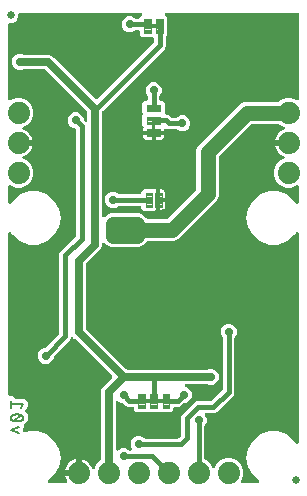
<source format=gbl>
G04 EAGLE Gerber RS-274X export*
G75*
%MOMM*%
%FSLAX34Y34*%
%LPD*%
%INBottom Copper*%
%IPPOS*%
%AMOC8*
5,1,8,0,0,1.08239X$1,22.5*%
G01*
%ADD10C,0.203200*%
%ADD11C,0.635000*%
%ADD12C,0.099059*%
%ADD13C,1.879600*%
%ADD14C,0.101600*%
%ADD15C,0.736600*%
%ADD16C,0.381000*%
%ADD17C,0.635000*%
%ADD18C,1.270000*%

G36*
X215405Y4069D02*
X215405Y4069D01*
X215440Y4067D01*
X215562Y4089D01*
X215685Y4105D01*
X215718Y4118D01*
X215753Y4124D01*
X215865Y4176D01*
X215981Y4222D01*
X216009Y4242D01*
X216041Y4257D01*
X216138Y4336D01*
X216238Y4408D01*
X216261Y4436D01*
X216288Y4458D01*
X216361Y4558D01*
X216441Y4653D01*
X216456Y4685D01*
X216477Y4714D01*
X216523Y4829D01*
X216576Y4941D01*
X216583Y4976D01*
X216596Y5009D01*
X216613Y5132D01*
X216636Y5253D01*
X216634Y5289D01*
X216639Y5324D01*
X216624Y5447D01*
X216616Y5571D01*
X216605Y5605D01*
X216601Y5640D01*
X216556Y5756D01*
X216518Y5873D01*
X216499Y5903D01*
X216487Y5936D01*
X216414Y6037D01*
X216348Y6142D01*
X216322Y6166D01*
X216302Y6195D01*
X216185Y6306D01*
X211015Y10644D01*
X207029Y17549D01*
X205645Y25400D01*
X207029Y33251D01*
X211015Y40155D01*
X217122Y45280D01*
X224614Y48007D01*
X232586Y48007D01*
X240078Y45280D01*
X246185Y40156D01*
X247567Y37762D01*
X247655Y37646D01*
X247740Y37528D01*
X247751Y37519D01*
X247759Y37509D01*
X247873Y37418D01*
X247985Y37325D01*
X247998Y37319D01*
X248008Y37311D01*
X248142Y37251D01*
X248273Y37190D01*
X248286Y37187D01*
X248299Y37182D01*
X248443Y37157D01*
X248586Y37130D01*
X248599Y37131D01*
X248612Y37128D01*
X248758Y37141D01*
X248903Y37150D01*
X248916Y37154D01*
X248929Y37155D01*
X249067Y37203D01*
X249205Y37248D01*
X249217Y37255D01*
X249230Y37259D01*
X249351Y37340D01*
X249474Y37418D01*
X249483Y37428D01*
X249495Y37435D01*
X249592Y37543D01*
X249692Y37649D01*
X249699Y37661D01*
X249708Y37671D01*
X249775Y37801D01*
X249846Y37928D01*
X249849Y37941D01*
X249855Y37953D01*
X249889Y38095D01*
X249925Y38236D01*
X249926Y38254D01*
X249928Y38263D01*
X249928Y38280D01*
X249935Y38397D01*
X249935Y215603D01*
X249917Y215748D01*
X249902Y215893D01*
X249897Y215906D01*
X249895Y215919D01*
X249842Y216054D01*
X249791Y216191D01*
X249783Y216202D01*
X249778Y216215D01*
X249693Y216332D01*
X249610Y216452D01*
X249599Y216461D01*
X249592Y216472D01*
X249480Y216565D01*
X249369Y216660D01*
X249357Y216666D01*
X249347Y216675D01*
X249215Y216737D01*
X249084Y216802D01*
X249071Y216805D01*
X249059Y216810D01*
X248917Y216838D01*
X248773Y216868D01*
X248760Y216868D01*
X248747Y216870D01*
X248602Y216861D01*
X248456Y216855D01*
X248442Y216851D01*
X248429Y216850D01*
X248291Y216806D01*
X248151Y216763D01*
X248139Y216756D01*
X248127Y216752D01*
X248004Y216675D01*
X247879Y216599D01*
X247869Y216589D01*
X247858Y216582D01*
X247758Y216476D01*
X247656Y216372D01*
X247646Y216357D01*
X247640Y216351D01*
X247632Y216336D01*
X247567Y216238D01*
X246185Y213845D01*
X240078Y208720D01*
X232586Y205993D01*
X224614Y205993D01*
X217122Y208720D01*
X211015Y213844D01*
X207029Y220749D01*
X205645Y228600D01*
X207029Y236451D01*
X211015Y243355D01*
X217122Y248480D01*
X224614Y251207D01*
X232586Y251207D01*
X240078Y248480D01*
X246185Y243356D01*
X247567Y240962D01*
X247655Y240846D01*
X247740Y240728D01*
X247751Y240719D01*
X247759Y240709D01*
X247873Y240618D01*
X247985Y240525D01*
X247998Y240519D01*
X248008Y240511D01*
X248142Y240451D01*
X248273Y240390D01*
X248286Y240387D01*
X248299Y240382D01*
X248443Y240357D01*
X248586Y240330D01*
X248599Y240331D01*
X248612Y240328D01*
X248758Y240341D01*
X248903Y240350D01*
X248916Y240354D01*
X248929Y240355D01*
X249067Y240403D01*
X249205Y240448D01*
X249217Y240455D01*
X249230Y240459D01*
X249351Y240540D01*
X249474Y240618D01*
X249483Y240628D01*
X249495Y240635D01*
X249592Y240743D01*
X249692Y240849D01*
X249699Y240861D01*
X249708Y240871D01*
X249775Y241001D01*
X249846Y241128D01*
X249849Y241141D01*
X249855Y241153D01*
X249889Y241295D01*
X249925Y241436D01*
X249926Y241454D01*
X249928Y241463D01*
X249928Y241480D01*
X249935Y241597D01*
X249935Y254905D01*
X249929Y254954D01*
X249931Y255004D01*
X249909Y255111D01*
X249895Y255221D01*
X249877Y255267D01*
X249867Y255315D01*
X249819Y255414D01*
X249778Y255516D01*
X249749Y255556D01*
X249727Y255601D01*
X249656Y255685D01*
X249592Y255774D01*
X249553Y255805D01*
X249521Y255843D01*
X249431Y255906D01*
X249347Y255976D01*
X249302Y255998D01*
X249261Y256026D01*
X249158Y256065D01*
X249059Y256112D01*
X249010Y256121D01*
X248964Y256139D01*
X248854Y256151D01*
X248747Y256172D01*
X248697Y256169D01*
X248648Y256174D01*
X248539Y256159D01*
X248429Y256152D01*
X248382Y256137D01*
X248333Y256130D01*
X248180Y256078D01*
X243776Y254253D01*
X238824Y254253D01*
X234250Y256148D01*
X230748Y259650D01*
X228853Y264224D01*
X228853Y269176D01*
X230748Y273750D01*
X234250Y277252D01*
X237275Y278505D01*
X237301Y278520D01*
X237330Y278529D01*
X237439Y278599D01*
X237552Y278663D01*
X237573Y278684D01*
X237598Y278700D01*
X237687Y278794D01*
X237780Y278884D01*
X237796Y278910D01*
X237816Y278931D01*
X237879Y279045D01*
X237946Y279155D01*
X237955Y279184D01*
X237969Y279210D01*
X238002Y279335D01*
X238040Y279459D01*
X238041Y279489D01*
X238049Y279518D01*
X238049Y279648D01*
X238055Y279777D01*
X238049Y279806D01*
X238049Y279836D01*
X238017Y279961D01*
X237991Y280088D01*
X237978Y280115D01*
X237970Y280144D01*
X237908Y280257D01*
X237851Y280374D01*
X237832Y280397D01*
X237817Y280423D01*
X237729Y280517D01*
X237645Y280616D01*
X237620Y280633D01*
X237600Y280655D01*
X237491Y280724D01*
X237385Y280799D01*
X237357Y280810D01*
X237331Y280826D01*
X237182Y280885D01*
X236717Y281036D01*
X235043Y281889D01*
X233522Y282994D01*
X232194Y284322D01*
X231089Y285843D01*
X230236Y287517D01*
X229655Y289304D01*
X229615Y289561D01*
X240030Y289561D01*
X240148Y289576D01*
X240267Y289583D01*
X240305Y289596D01*
X240345Y289601D01*
X240456Y289644D01*
X240569Y289681D01*
X240603Y289703D01*
X240641Y289718D01*
X240737Y289788D01*
X240838Y289851D01*
X240866Y289881D01*
X240898Y289904D01*
X240974Y289996D01*
X241056Y290083D01*
X241075Y290118D01*
X241101Y290149D01*
X241152Y290257D01*
X241209Y290361D01*
X241220Y290401D01*
X241237Y290437D01*
X241259Y290554D01*
X241289Y290669D01*
X241293Y290730D01*
X241297Y290750D01*
X241295Y290770D01*
X241299Y290830D01*
X241299Y293370D01*
X241284Y293488D01*
X241277Y293607D01*
X241264Y293645D01*
X241259Y293685D01*
X241215Y293796D01*
X241179Y293909D01*
X241157Y293944D01*
X241142Y293981D01*
X241072Y294077D01*
X241009Y294178D01*
X240979Y294206D01*
X240955Y294239D01*
X240864Y294314D01*
X240777Y294396D01*
X240742Y294416D01*
X240710Y294441D01*
X240603Y294492D01*
X240498Y294550D01*
X240459Y294560D01*
X240423Y294577D01*
X240306Y294599D01*
X240191Y294629D01*
X240130Y294633D01*
X240110Y294637D01*
X240090Y294635D01*
X240030Y294639D01*
X229615Y294639D01*
X229655Y294896D01*
X230236Y296683D01*
X231089Y298357D01*
X232194Y299878D01*
X233522Y301206D01*
X235043Y302311D01*
X236717Y303164D01*
X237182Y303315D01*
X237209Y303328D01*
X237238Y303335D01*
X237352Y303395D01*
X237470Y303450D01*
X237493Y303469D01*
X237519Y303483D01*
X237615Y303570D01*
X237715Y303653D01*
X237732Y303677D01*
X237754Y303697D01*
X237826Y303806D01*
X237902Y303910D01*
X237913Y303938D01*
X237929Y303963D01*
X237971Y304086D01*
X238019Y304206D01*
X238023Y304236D01*
X238032Y304264D01*
X238043Y304393D01*
X238059Y304521D01*
X238055Y304551D01*
X238058Y304581D01*
X238035Y304709D01*
X238019Y304837D01*
X238008Y304865D01*
X238003Y304894D01*
X237950Y305012D01*
X237902Y305133D01*
X237885Y305157D01*
X237873Y305184D01*
X237792Y305285D01*
X237716Y305390D01*
X237693Y305409D01*
X237674Y305433D01*
X237570Y305511D01*
X237471Y305593D01*
X237444Y305606D01*
X237420Y305624D01*
X237275Y305695D01*
X234249Y306948D01*
X233468Y307729D01*
X233390Y307790D01*
X233318Y307858D01*
X233265Y307887D01*
X233217Y307924D01*
X233126Y307964D01*
X233039Y308012D01*
X232981Y308027D01*
X232925Y308051D01*
X232827Y308066D01*
X232731Y308091D01*
X232631Y308097D01*
X232611Y308101D01*
X232599Y308099D01*
X232571Y308101D01*
X210159Y308101D01*
X210061Y308089D01*
X209962Y308086D01*
X209903Y308069D01*
X209843Y308061D01*
X209751Y308025D01*
X209656Y307997D01*
X209604Y307967D01*
X209548Y307944D01*
X209468Y307886D01*
X209382Y307836D01*
X209307Y307770D01*
X209290Y307758D01*
X209282Y307748D01*
X209261Y307730D01*
X182490Y280959D01*
X182430Y280880D01*
X182362Y280808D01*
X182333Y280755D01*
X182296Y280707D01*
X182256Y280616D01*
X182208Y280530D01*
X182193Y280471D01*
X182169Y280416D01*
X182154Y280318D01*
X182129Y280222D01*
X182123Y280122D01*
X182119Y280101D01*
X182121Y280089D01*
X182119Y280061D01*
X182119Y246857D01*
X180688Y243403D01*
X147757Y210472D01*
X144303Y209041D01*
X122262Y209041D01*
X122233Y209038D01*
X122204Y209040D01*
X122075Y209018D01*
X121947Y209001D01*
X121919Y208991D01*
X121890Y208986D01*
X121772Y208932D01*
X121651Y208884D01*
X121627Y208867D01*
X121600Y208855D01*
X121499Y208774D01*
X121394Y208698D01*
X121375Y208675D01*
X121352Y208656D01*
X121274Y208553D01*
X121191Y208453D01*
X121178Y208426D01*
X121161Y208402D01*
X121090Y208258D01*
X120998Y208036D01*
X118354Y205392D01*
X114900Y203961D01*
X90840Y203961D01*
X87386Y205392D01*
X85606Y207172D01*
X85497Y207257D01*
X85390Y207346D01*
X85371Y207354D01*
X85355Y207367D01*
X85227Y207422D01*
X85102Y207481D01*
X85082Y207485D01*
X85063Y207493D01*
X84925Y207515D01*
X84789Y207541D01*
X84769Y207540D01*
X84749Y207543D01*
X84610Y207530D01*
X84472Y207521D01*
X84453Y207515D01*
X84433Y207513D01*
X84301Y207466D01*
X84170Y207423D01*
X84152Y207412D01*
X84133Y207405D01*
X84018Y207327D01*
X83901Y207253D01*
X83887Y207238D01*
X83870Y207227D01*
X83778Y207123D01*
X83683Y207021D01*
X83673Y207004D01*
X83660Y206988D01*
X83596Y206864D01*
X83529Y206743D01*
X83524Y206723D01*
X83515Y206705D01*
X83485Y206569D01*
X83450Y206435D01*
X83448Y206407D01*
X83445Y206395D01*
X83446Y206374D01*
X83440Y206274D01*
X83440Y204709D01*
X82492Y202422D01*
X70095Y190025D01*
X70035Y189947D01*
X69967Y189875D01*
X69938Y189822D01*
X69901Y189774D01*
X69861Y189683D01*
X69813Y189596D01*
X69798Y189538D01*
X69774Y189482D01*
X69759Y189384D01*
X69734Y189288D01*
X69728Y189188D01*
X69724Y189168D01*
X69726Y189156D01*
X69724Y189128D01*
X69724Y135184D01*
X69736Y135085D01*
X69739Y134986D01*
X69756Y134928D01*
X69764Y134868D01*
X69800Y134776D01*
X69828Y134681D01*
X69858Y134629D01*
X69881Y134572D01*
X69939Y134492D01*
X69989Y134407D01*
X70055Y134332D01*
X70067Y134315D01*
X70077Y134307D01*
X70095Y134286D01*
X103806Y100575D01*
X103884Y100515D01*
X103957Y100447D01*
X104010Y100418D01*
X104057Y100381D01*
X104148Y100341D01*
X104235Y100293D01*
X104294Y100278D01*
X104349Y100254D01*
X104447Y100239D01*
X104543Y100214D01*
X104643Y100208D01*
X104663Y100204D01*
X104676Y100206D01*
X104704Y100204D01*
X172442Y100204D01*
X172451Y100205D01*
X172461Y100204D01*
X172609Y100225D01*
X172758Y100244D01*
X172766Y100247D01*
X172775Y100248D01*
X172928Y100300D01*
X173921Y100712D01*
X176599Y100712D01*
X179073Y99687D01*
X180967Y97793D01*
X181992Y95319D01*
X181992Y92641D01*
X180967Y90167D01*
X179073Y88273D01*
X176599Y87248D01*
X173921Y87248D01*
X172928Y87660D01*
X172919Y87662D01*
X172911Y87667D01*
X172766Y87704D01*
X172621Y87744D01*
X172612Y87744D01*
X172603Y87746D01*
X172442Y87756D01*
X154605Y87756D01*
X154535Y87748D01*
X154466Y87749D01*
X154378Y87728D01*
X154289Y87716D01*
X154224Y87691D01*
X154156Y87674D01*
X154077Y87632D01*
X153993Y87599D01*
X153937Y87558D01*
X153875Y87526D01*
X153809Y87465D01*
X153736Y87413D01*
X153691Y87359D01*
X153640Y87312D01*
X153591Y87237D01*
X153533Y87168D01*
X153503Y87104D01*
X153465Y87046D01*
X153436Y86961D01*
X153398Y86880D01*
X153385Y86811D01*
X153362Y86745D01*
X153355Y86656D01*
X153338Y86568D01*
X153342Y86498D01*
X153337Y86428D01*
X153352Y86340D01*
X153358Y86250D01*
X153379Y86184D01*
X153391Y86115D01*
X153428Y86033D01*
X153456Y85948D01*
X153493Y85889D01*
X153522Y85825D01*
X153578Y85755D01*
X153626Y85679D01*
X153677Y85631D01*
X153720Y85577D01*
X153792Y85522D01*
X153857Y85461D01*
X153919Y85427D01*
X153974Y85385D01*
X154119Y85314D01*
X156213Y84447D01*
X158107Y82553D01*
X159132Y80079D01*
X159132Y77401D01*
X158107Y74927D01*
X156213Y73033D01*
X153739Y72008D01*
X153200Y72008D01*
X153101Y71996D01*
X153002Y71993D01*
X152944Y71976D01*
X152884Y71968D01*
X152792Y71932D01*
X152697Y71904D01*
X152645Y71874D01*
X152588Y71851D01*
X152508Y71793D01*
X152423Y71743D01*
X152348Y71677D01*
X152331Y71665D01*
X152323Y71655D01*
X152302Y71637D01*
X150126Y69460D01*
X148305Y68706D01*
X145034Y68706D01*
X144916Y68691D01*
X144797Y68684D01*
X144759Y68671D01*
X144718Y68666D01*
X144608Y68623D01*
X144495Y68586D01*
X144460Y68564D01*
X144423Y68549D01*
X144327Y68480D01*
X144226Y68416D01*
X144198Y68386D01*
X144165Y68363D01*
X144089Y68271D01*
X144008Y68184D01*
X143988Y68149D01*
X143963Y68118D01*
X143912Y68010D01*
X143854Y67906D01*
X143844Y67866D01*
X143827Y67830D01*
X143805Y67713D01*
X143775Y67598D01*
X143771Y67537D01*
X143767Y67518D01*
X143769Y67497D01*
X143765Y67437D01*
X143765Y66337D01*
X141689Y64261D01*
X133139Y64261D01*
X133104Y64296D01*
X133010Y64369D01*
X132921Y64448D01*
X132885Y64466D01*
X132853Y64491D01*
X132744Y64538D01*
X132638Y64592D01*
X132598Y64601D01*
X132561Y64617D01*
X132444Y64636D01*
X132328Y64662D01*
X132287Y64661D01*
X132247Y64667D01*
X132128Y64656D01*
X132010Y64652D01*
X131971Y64641D01*
X131931Y64637D01*
X131819Y64597D01*
X131704Y64564D01*
X131669Y64543D01*
X131631Y64530D01*
X131533Y64463D01*
X131430Y64402D01*
X131385Y64363D01*
X131368Y64351D01*
X131355Y64336D01*
X131309Y64296D01*
X131275Y64261D01*
X122725Y64261D01*
X122690Y64296D01*
X122596Y64369D01*
X122507Y64448D01*
X122471Y64466D01*
X122439Y64491D01*
X122330Y64538D01*
X122224Y64592D01*
X122184Y64601D01*
X122147Y64617D01*
X122030Y64636D01*
X121914Y64662D01*
X121873Y64661D01*
X121833Y64667D01*
X121714Y64656D01*
X121596Y64652D01*
X121557Y64641D01*
X121517Y64637D01*
X121405Y64597D01*
X121290Y64564D01*
X121255Y64543D01*
X121217Y64530D01*
X121119Y64463D01*
X121016Y64402D01*
X120971Y64363D01*
X120954Y64351D01*
X120941Y64336D01*
X120895Y64296D01*
X120861Y64261D01*
X112311Y64261D01*
X110235Y66337D01*
X110235Y67437D01*
X110220Y67555D01*
X110213Y67674D01*
X110200Y67712D01*
X110195Y67753D01*
X110152Y67863D01*
X110115Y67976D01*
X110093Y68011D01*
X110078Y68048D01*
X110009Y68144D01*
X109945Y68245D01*
X109915Y68273D01*
X109892Y68306D01*
X109800Y68382D01*
X109713Y68463D01*
X109678Y68483D01*
X109647Y68508D01*
X109539Y68559D01*
X109435Y68617D01*
X109395Y68627D01*
X109359Y68644D01*
X109242Y68666D01*
X109127Y68696D01*
X109067Y68700D01*
X109047Y68704D01*
X109026Y68702D01*
X108966Y68706D01*
X105394Y68706D01*
X103573Y69460D01*
X101698Y71336D01*
X101620Y71396D01*
X101547Y71464D01*
X101494Y71493D01*
X101447Y71530D01*
X101356Y71570D01*
X101269Y71618D01*
X101210Y71633D01*
X101155Y71657D01*
X101057Y71672D01*
X100961Y71697D01*
X100861Y71703D01*
X100841Y71707D01*
X100828Y71705D01*
X100800Y71707D01*
X100261Y71707D01*
X97787Y72732D01*
X97291Y73228D01*
X97181Y73314D01*
X97074Y73402D01*
X97055Y73411D01*
X97039Y73423D01*
X96911Y73479D01*
X96786Y73538D01*
X96766Y73542D01*
X96747Y73550D01*
X96609Y73572D01*
X96473Y73598D01*
X96453Y73596D01*
X96433Y73600D01*
X96294Y73586D01*
X96156Y73578D01*
X96137Y73572D01*
X96117Y73570D01*
X95986Y73523D01*
X95854Y73480D01*
X95836Y73469D01*
X95817Y73462D01*
X95703Y73384D01*
X95585Y73310D01*
X95571Y73295D01*
X95554Y73284D01*
X95462Y73180D01*
X95367Y73078D01*
X95357Y73060D01*
X95344Y73045D01*
X95281Y72921D01*
X95213Y72800D01*
X95208Y72780D01*
X95199Y72762D01*
X95169Y72626D01*
X95134Y72492D01*
X95132Y72464D01*
X95129Y72452D01*
X95130Y72431D01*
X95124Y72331D01*
X95124Y32778D01*
X95141Y32640D01*
X95154Y32502D01*
X95161Y32483D01*
X95164Y32463D01*
X95215Y32333D01*
X95262Y32202D01*
X95273Y32186D01*
X95281Y32167D01*
X95362Y32054D01*
X95440Y31939D01*
X95456Y31926D01*
X95467Y31910D01*
X95575Y31821D01*
X95679Y31729D01*
X95697Y31720D01*
X95712Y31707D01*
X95838Y31647D01*
X95962Y31584D01*
X95982Y31580D01*
X96000Y31571D01*
X96137Y31545D01*
X96272Y31515D01*
X96293Y31515D01*
X96312Y31511D01*
X96451Y31520D01*
X96590Y31524D01*
X96610Y31530D01*
X96630Y31531D01*
X96762Y31574D01*
X96896Y31613D01*
X96913Y31623D01*
X96932Y31629D01*
X97050Y31703D01*
X97170Y31774D01*
X97191Y31793D01*
X97201Y31799D01*
X97215Y31814D01*
X97291Y31881D01*
X97787Y32377D01*
X100261Y33402D01*
X102939Y33402D01*
X105413Y32377D01*
X105795Y31995D01*
X105873Y31935D01*
X105945Y31867D01*
X105998Y31838D01*
X106046Y31801D01*
X106137Y31761D01*
X106224Y31713D01*
X106282Y31698D01*
X106338Y31674D01*
X106436Y31659D01*
X106531Y31634D01*
X106631Y31628D01*
X106652Y31624D01*
X106664Y31626D01*
X106692Y31624D01*
X107432Y31624D01*
X107481Y31630D01*
X107531Y31628D01*
X107638Y31650D01*
X107748Y31664D01*
X107794Y31682D01*
X107842Y31692D01*
X107941Y31740D01*
X108043Y31781D01*
X108083Y31810D01*
X108128Y31832D01*
X108212Y31903D01*
X108301Y31967D01*
X108332Y32006D01*
X108370Y32038D01*
X108433Y32128D01*
X108503Y32212D01*
X108525Y32257D01*
X108553Y32298D01*
X108592Y32401D01*
X108639Y32500D01*
X108648Y32549D01*
X108666Y32595D01*
X108678Y32705D01*
X108699Y32812D01*
X108696Y32862D01*
X108701Y32911D01*
X108686Y33020D01*
X108679Y33130D01*
X108664Y33177D01*
X108657Y33226D01*
X108605Y33379D01*
X107568Y35881D01*
X107568Y38559D01*
X108593Y41033D01*
X110487Y42927D01*
X112961Y43952D01*
X115639Y43952D01*
X118113Y42927D01*
X118885Y42155D01*
X118963Y42095D01*
X119035Y42027D01*
X119088Y41998D01*
X119136Y41961D01*
X119227Y41921D01*
X119314Y41873D01*
X119372Y41858D01*
X119428Y41834D01*
X119526Y41819D01*
X119621Y41794D01*
X119721Y41788D01*
X119742Y41784D01*
X119754Y41786D01*
X119782Y41784D01*
X147282Y41784D01*
X147381Y41796D01*
X147480Y41799D01*
X147538Y41816D01*
X147598Y41824D01*
X147690Y41860D01*
X147785Y41888D01*
X147837Y41918D01*
X147894Y41941D01*
X147974Y41999D01*
X148059Y42049D01*
X148134Y42115D01*
X148151Y42127D01*
X148159Y42137D01*
X148180Y42155D01*
X149869Y43844D01*
X149929Y43922D01*
X149997Y43995D01*
X150026Y44048D01*
X150063Y44095D01*
X150103Y44186D01*
X150151Y44273D01*
X150166Y44332D01*
X150190Y44387D01*
X150205Y44485D01*
X150230Y44581D01*
X150236Y44681D01*
X150240Y44701D01*
X150238Y44714D01*
X150240Y44742D01*
X150240Y59917D01*
X150994Y61737D01*
X161783Y72526D01*
X163603Y73280D01*
X174968Y73280D01*
X175067Y73292D01*
X175166Y73295D01*
X175224Y73312D01*
X175284Y73320D01*
X175376Y73356D01*
X175471Y73384D01*
X175523Y73414D01*
X175580Y73437D01*
X175660Y73495D01*
X175745Y73545D01*
X175820Y73611D01*
X175837Y73623D01*
X175845Y73633D01*
X175866Y73651D01*
X185175Y82960D01*
X185235Y83038D01*
X185303Y83111D01*
X185332Y83164D01*
X185369Y83211D01*
X185409Y83302D01*
X185457Y83389D01*
X185472Y83448D01*
X185496Y83503D01*
X185511Y83601D01*
X185536Y83697D01*
X185542Y83797D01*
X185546Y83817D01*
X185544Y83830D01*
X185546Y83858D01*
X185546Y126988D01*
X185534Y127086D01*
X185531Y127185D01*
X185514Y127243D01*
X185506Y127303D01*
X185470Y127395D01*
X185442Y127491D01*
X185412Y127543D01*
X185389Y127599D01*
X185331Y127679D01*
X185281Y127765D01*
X185215Y127840D01*
X185203Y127856D01*
X185193Y127864D01*
X185175Y127885D01*
X184793Y128267D01*
X183768Y130741D01*
X183768Y133419D01*
X184793Y135893D01*
X186687Y137787D01*
X189161Y138812D01*
X191839Y138812D01*
X194313Y137787D01*
X196207Y135893D01*
X197232Y133419D01*
X197232Y130741D01*
X196207Y128267D01*
X195825Y127885D01*
X195765Y127807D01*
X195697Y127735D01*
X195668Y127682D01*
X195631Y127634D01*
X195591Y127543D01*
X195543Y127456D01*
X195528Y127398D01*
X195504Y127342D01*
X195489Y127244D01*
X195464Y127149D01*
X195458Y127049D01*
X195454Y127028D01*
X195456Y127016D01*
X195454Y126988D01*
X195454Y80295D01*
X194700Y78474D01*
X180352Y64126D01*
X178531Y63372D01*
X171462Y63372D01*
X171324Y63355D01*
X171186Y63342D01*
X171167Y63335D01*
X171147Y63332D01*
X171017Y63281D01*
X170886Y63234D01*
X170870Y63223D01*
X170851Y63215D01*
X170739Y63134D01*
X170623Y63056D01*
X170610Y63040D01*
X170594Y63029D01*
X170505Y62922D01*
X170413Y62817D01*
X170404Y62799D01*
X170391Y62784D01*
X170332Y62658D01*
X170268Y62534D01*
X170264Y62514D01*
X170255Y62496D01*
X170229Y62360D01*
X170199Y62224D01*
X170199Y62203D01*
X170195Y62184D01*
X170204Y62045D01*
X170208Y61906D01*
X170214Y61886D01*
X170215Y61866D01*
X170258Y61734D01*
X170297Y61600D01*
X170307Y61583D01*
X170313Y61564D01*
X170387Y61446D01*
X170458Y61326D01*
X170477Y61305D01*
X170483Y61295D01*
X170498Y61281D01*
X170565Y61205D01*
X170807Y60963D01*
X171832Y58489D01*
X171832Y55811D01*
X170807Y53337D01*
X170425Y52955D01*
X170365Y52877D01*
X170297Y52805D01*
X170268Y52752D01*
X170231Y52704D01*
X170191Y52613D01*
X170143Y52526D01*
X170128Y52468D01*
X170104Y52412D01*
X170089Y52314D01*
X170064Y52219D01*
X170058Y52119D01*
X170054Y52098D01*
X170056Y52086D01*
X170054Y52058D01*
X170054Y24968D01*
X170057Y24939D01*
X170055Y24910D01*
X170077Y24782D01*
X170094Y24653D01*
X170104Y24625D01*
X170109Y24596D01*
X170163Y24478D01*
X170211Y24357D01*
X170228Y24333D01*
X170240Y24306D01*
X170321Y24205D01*
X170397Y24100D01*
X170420Y24081D01*
X170439Y24058D01*
X170542Y23980D01*
X170642Y23897D01*
X170669Y23884D01*
X170693Y23867D01*
X170837Y23796D01*
X172150Y23252D01*
X175652Y19750D01*
X176627Y17395D01*
X176696Y17275D01*
X176761Y17152D01*
X176775Y17137D01*
X176785Y17119D01*
X176882Y17019D01*
X176975Y16916D01*
X176992Y16905D01*
X177006Y16891D01*
X177125Y16818D01*
X177241Y16742D01*
X177260Y16735D01*
X177277Y16724D01*
X177410Y16684D01*
X177542Y16638D01*
X177562Y16637D01*
X177581Y16631D01*
X177720Y16624D01*
X177859Y16613D01*
X177879Y16617D01*
X177899Y16616D01*
X178035Y16644D01*
X178172Y16668D01*
X178191Y16676D01*
X178210Y16680D01*
X178336Y16741D01*
X178462Y16798D01*
X178478Y16811D01*
X178496Y16820D01*
X178602Y16910D01*
X178710Y16997D01*
X178723Y17013D01*
X178738Y17026D01*
X178818Y17140D01*
X178902Y17251D01*
X178914Y17276D01*
X178921Y17286D01*
X178928Y17305D01*
X178973Y17395D01*
X179948Y19750D01*
X183450Y23252D01*
X188024Y25147D01*
X192976Y25147D01*
X197550Y23252D01*
X201052Y19750D01*
X202947Y15176D01*
X202947Y10224D01*
X201122Y5820D01*
X201109Y5772D01*
X201088Y5727D01*
X201067Y5619D01*
X201038Y5513D01*
X201038Y5463D01*
X201028Y5414D01*
X201035Y5305D01*
X201033Y5195D01*
X201045Y5147D01*
X201048Y5097D01*
X201082Y4993D01*
X201107Y4886D01*
X201131Y4842D01*
X201146Y4795D01*
X201205Y4702D01*
X201256Y4605D01*
X201290Y4568D01*
X201316Y4526D01*
X201396Y4451D01*
X201470Y4369D01*
X201512Y4342D01*
X201548Y4308D01*
X201644Y4255D01*
X201736Y4195D01*
X201783Y4178D01*
X201826Y4154D01*
X201933Y4127D01*
X202037Y4091D01*
X202086Y4087D01*
X202134Y4075D01*
X202295Y4065D01*
X215369Y4065D01*
X215405Y4069D01*
G37*
G36*
X52565Y4070D02*
X52565Y4070D01*
X52605Y4067D01*
X52723Y4090D01*
X52841Y4105D01*
X52878Y4119D01*
X52917Y4127D01*
X53026Y4178D01*
X53137Y4222D01*
X53169Y4245D01*
X53205Y4262D01*
X53297Y4338D01*
X53394Y4408D01*
X53420Y4439D01*
X53450Y4464D01*
X53521Y4561D01*
X53597Y4653D01*
X53614Y4689D01*
X53638Y4722D01*
X53682Y4833D01*
X53733Y4941D01*
X53740Y4980D01*
X53755Y5017D01*
X53770Y5136D01*
X53792Y5253D01*
X53790Y5293D01*
X53795Y5333D01*
X53780Y5452D01*
X53773Y5571D01*
X53760Y5609D01*
X53755Y5648D01*
X53712Y5760D01*
X53675Y5873D01*
X53653Y5907D01*
X53639Y5944D01*
X53553Y6080D01*
X53289Y6443D01*
X52436Y8117D01*
X51855Y9904D01*
X51815Y10161D01*
X62230Y10161D01*
X62348Y10176D01*
X62467Y10183D01*
X62505Y10196D01*
X62545Y10201D01*
X62656Y10244D01*
X62769Y10281D01*
X62803Y10303D01*
X62841Y10318D01*
X62937Y10388D01*
X63038Y10451D01*
X63066Y10481D01*
X63098Y10504D01*
X63174Y10596D01*
X63256Y10683D01*
X63275Y10718D01*
X63301Y10749D01*
X63352Y10857D01*
X63409Y10961D01*
X63420Y11001D01*
X63437Y11037D01*
X63459Y11154D01*
X63489Y11269D01*
X63493Y11330D01*
X63497Y11350D01*
X63495Y11370D01*
X63499Y11430D01*
X63499Y12701D01*
X64770Y12701D01*
X64888Y12716D01*
X65007Y12723D01*
X65045Y12736D01*
X65085Y12741D01*
X65196Y12785D01*
X65309Y12821D01*
X65344Y12843D01*
X65381Y12858D01*
X65477Y12928D01*
X65578Y12991D01*
X65606Y13021D01*
X65639Y13045D01*
X65714Y13136D01*
X65796Y13223D01*
X65816Y13258D01*
X65841Y13290D01*
X65892Y13397D01*
X65950Y13502D01*
X65960Y13541D01*
X65977Y13577D01*
X65999Y13694D01*
X66029Y13809D01*
X66033Y13870D01*
X66037Y13890D01*
X66035Y13910D01*
X66039Y13970D01*
X66039Y24385D01*
X66296Y24345D01*
X68083Y23764D01*
X69757Y22911D01*
X71278Y21806D01*
X72606Y20478D01*
X73711Y18957D01*
X74564Y17283D01*
X74715Y16818D01*
X74728Y16791D01*
X74735Y16762D01*
X74795Y16648D01*
X74850Y16530D01*
X74869Y16507D01*
X74883Y16481D01*
X74970Y16385D01*
X75053Y16285D01*
X75077Y16268D01*
X75097Y16246D01*
X75206Y16174D01*
X75310Y16098D01*
X75338Y16087D01*
X75363Y16071D01*
X75486Y16029D01*
X75606Y15981D01*
X75636Y15977D01*
X75664Y15968D01*
X75793Y15957D01*
X75921Y15941D01*
X75951Y15945D01*
X75981Y15942D01*
X76109Y15965D01*
X76237Y15981D01*
X76265Y15992D01*
X76294Y15997D01*
X76412Y16050D01*
X76533Y16098D01*
X76557Y16115D01*
X76584Y16127D01*
X76685Y16208D01*
X76790Y16284D01*
X76809Y16307D01*
X76833Y16326D01*
X76911Y16430D01*
X76993Y16529D01*
X77006Y16556D01*
X77024Y16580D01*
X77095Y16725D01*
X78348Y19750D01*
X81850Y23252D01*
X81893Y23270D01*
X81918Y23284D01*
X81946Y23293D01*
X82056Y23363D01*
X82169Y23427D01*
X82190Y23448D01*
X82215Y23464D01*
X82304Y23558D01*
X82397Y23649D01*
X82413Y23674D01*
X82433Y23695D01*
X82496Y23809D01*
X82564Y23920D01*
X82572Y23948D01*
X82587Y23974D01*
X82619Y24100D01*
X82657Y24224D01*
X82659Y24253D01*
X82666Y24282D01*
X82676Y24442D01*
X82676Y82518D01*
X83624Y84805D01*
X91901Y93083D01*
X91974Y93177D01*
X92053Y93266D01*
X92071Y93302D01*
X92096Y93334D01*
X92143Y93443D01*
X92197Y93549D01*
X92206Y93588D01*
X92222Y93626D01*
X92241Y93743D01*
X92267Y93859D01*
X92266Y93900D01*
X92272Y93940D01*
X92261Y94058D01*
X92257Y94177D01*
X92246Y94216D01*
X92242Y94256D01*
X92202Y94369D01*
X92169Y94483D01*
X92148Y94518D01*
X92135Y94556D01*
X92068Y94654D01*
X92007Y94757D01*
X91967Y94802D01*
X91956Y94819D01*
X91941Y94832D01*
X91901Y94878D01*
X61092Y125687D01*
X61084Y125692D01*
X61079Y125700D01*
X60959Y125790D01*
X60840Y125882D01*
X60832Y125885D01*
X60825Y125891D01*
X60680Y125962D01*
X59687Y126373D01*
X58880Y127180D01*
X58841Y127210D01*
X58807Y127247D01*
X58715Y127308D01*
X58629Y127375D01*
X58583Y127395D01*
X58542Y127422D01*
X58438Y127458D01*
X58337Y127501D01*
X58288Y127509D01*
X58241Y127525D01*
X58131Y127534D01*
X58023Y127551D01*
X57973Y127546D01*
X57924Y127550D01*
X57816Y127532D01*
X57706Y127521D01*
X57659Y127504D01*
X57610Y127496D01*
X57510Y127451D01*
X57407Y127414D01*
X57366Y127386D01*
X57320Y127365D01*
X57235Y127297D01*
X57144Y127235D01*
X57111Y127198D01*
X57072Y127167D01*
X57006Y127079D01*
X56933Y126997D01*
X56911Y126952D01*
X56881Y126913D01*
X56810Y126768D01*
X56270Y125464D01*
X42663Y111858D01*
X42603Y111780D01*
X42535Y111707D01*
X42506Y111654D01*
X42469Y111607D01*
X42429Y111516D01*
X42381Y111429D01*
X42366Y111370D01*
X42342Y111315D01*
X42327Y111217D01*
X42302Y111121D01*
X42296Y111021D01*
X42292Y111001D01*
X42294Y110988D01*
X42292Y110960D01*
X42292Y110421D01*
X41267Y107947D01*
X39373Y106053D01*
X36899Y105028D01*
X34221Y105028D01*
X31747Y106053D01*
X29853Y107947D01*
X28828Y110421D01*
X28828Y113099D01*
X29853Y115573D01*
X31747Y117467D01*
X34221Y118492D01*
X34760Y118492D01*
X34859Y118504D01*
X34958Y118507D01*
X35016Y118524D01*
X35076Y118532D01*
X35168Y118568D01*
X35263Y118596D01*
X35315Y118626D01*
X35372Y118649D01*
X35452Y118707D01*
X35537Y118757D01*
X35612Y118823D01*
X35629Y118835D01*
X35637Y118845D01*
X35658Y118863D01*
X46745Y129950D01*
X46805Y130028D01*
X46873Y130101D01*
X46902Y130154D01*
X46939Y130201D01*
X46979Y130292D01*
X47027Y130379D01*
X47042Y130438D01*
X47066Y130493D01*
X47081Y130591D01*
X47106Y130687D01*
X47112Y130787D01*
X47116Y130807D01*
X47114Y130820D01*
X47116Y130848D01*
X47116Y197835D01*
X47870Y199656D01*
X60715Y212500D01*
X60775Y212578D01*
X60843Y212651D01*
X60872Y212704D01*
X60909Y212751D01*
X60949Y212842D01*
X60997Y212929D01*
X61012Y212988D01*
X61036Y213043D01*
X61051Y213141D01*
X61076Y213237D01*
X61082Y213337D01*
X61086Y213357D01*
X61084Y213370D01*
X61086Y213398D01*
X61086Y303149D01*
X61071Y303267D01*
X61064Y303386D01*
X61051Y303424D01*
X61046Y303465D01*
X61003Y303575D01*
X60966Y303688D01*
X60944Y303723D01*
X60929Y303760D01*
X60860Y303856D01*
X60796Y303957D01*
X60766Y303985D01*
X60743Y304018D01*
X60651Y304094D01*
X60564Y304175D01*
X60529Y304195D01*
X60498Y304220D01*
X60390Y304271D01*
X60286Y304329D01*
X60246Y304339D01*
X60210Y304356D01*
X60093Y304378D01*
X59978Y304408D01*
X59918Y304412D01*
X59898Y304416D01*
X59877Y304414D01*
X59817Y304418D01*
X59621Y304418D01*
X57147Y305443D01*
X55253Y307337D01*
X54228Y309811D01*
X54228Y312489D01*
X55253Y314963D01*
X57147Y316857D01*
X59621Y317882D01*
X62299Y317882D01*
X64773Y316857D01*
X66667Y314963D01*
X67692Y312489D01*
X67692Y311950D01*
X67704Y311851D01*
X67707Y311752D01*
X67724Y311694D01*
X67732Y311634D01*
X67768Y311542D01*
X67796Y311447D01*
X67826Y311395D01*
X67849Y311338D01*
X67907Y311258D01*
X67957Y311173D01*
X68023Y311098D01*
X68035Y311081D01*
X68045Y311073D01*
X68063Y311052D01*
X68668Y310448D01*
X68825Y310290D01*
X68917Y310219D01*
X68940Y310197D01*
X68953Y310190D01*
X69042Y310116D01*
X69061Y310108D01*
X69077Y310095D01*
X69205Y310040D01*
X69330Y309981D01*
X69350Y309977D01*
X69369Y309969D01*
X69506Y309947D01*
X69643Y309921D01*
X69663Y309922D01*
X69683Y309919D01*
X69821Y309932D01*
X69960Y309941D01*
X69979Y309947D01*
X69999Y309949D01*
X70130Y309996D01*
X70262Y310039D01*
X70279Y310049D01*
X70299Y310056D01*
X70414Y310134D01*
X70531Y310209D01*
X70545Y310224D01*
X70562Y310235D01*
X70654Y310339D01*
X70749Y310440D01*
X70759Y310458D01*
X70772Y310473D01*
X70836Y310598D01*
X70903Y310719D01*
X70908Y310739D01*
X70917Y310757D01*
X70947Y310893D01*
X70982Y311027D01*
X70984Y311055D01*
X70987Y311067D01*
X70986Y311087D01*
X70989Y311140D01*
X70990Y311143D01*
X70990Y311145D01*
X70992Y311188D01*
X70992Y317973D01*
X70980Y318072D01*
X70977Y318171D01*
X70960Y318229D01*
X70952Y318289D01*
X70916Y318381D01*
X70888Y318476D01*
X70858Y318528D01*
X70835Y318585D01*
X70777Y318665D01*
X70727Y318750D01*
X70661Y318826D01*
X70649Y318842D01*
X70639Y318850D01*
X70621Y318871D01*
X35407Y354085D01*
X35329Y354145D01*
X35257Y354213D01*
X35204Y354242D01*
X35156Y354279D01*
X35065Y354319D01*
X34978Y354367D01*
X34920Y354382D01*
X34864Y354406D01*
X34766Y354421D01*
X34670Y354446D01*
X34570Y354452D01*
X34550Y354456D01*
X34537Y354454D01*
X34509Y354456D01*
X16788Y354456D01*
X16779Y354455D01*
X16769Y354456D01*
X16621Y354435D01*
X16472Y354416D01*
X16464Y354413D01*
X16455Y354412D01*
X16302Y354360D01*
X15309Y353948D01*
X12631Y353948D01*
X10157Y354973D01*
X8263Y356867D01*
X7238Y359341D01*
X7238Y362019D01*
X8263Y364493D01*
X10157Y366387D01*
X12631Y367412D01*
X15309Y367412D01*
X16302Y367000D01*
X16311Y366998D01*
X16319Y366993D01*
X16464Y366956D01*
X16609Y366916D01*
X16618Y366916D01*
X16627Y366914D01*
X16788Y366904D01*
X38851Y366904D01*
X41139Y365956D01*
X43068Y364027D01*
X77852Y329243D01*
X77946Y329170D01*
X78035Y329092D01*
X78071Y329073D01*
X78103Y329048D01*
X78212Y329001D01*
X78318Y328947D01*
X78357Y328938D01*
X78395Y328922D01*
X78512Y328903D01*
X78628Y328877D01*
X78669Y328879D01*
X78709Y328872D01*
X78827Y328883D01*
X78946Y328887D01*
X78985Y328898D01*
X79025Y328902D01*
X79138Y328942D01*
X79252Y328975D01*
X79287Y328996D01*
X79325Y329010D01*
X79423Y329076D01*
X79526Y329137D01*
X79571Y329177D01*
X79588Y329188D01*
X79601Y329203D01*
X79647Y329243D01*
X126882Y376478D01*
X126942Y376557D01*
X127010Y376629D01*
X127039Y376682D01*
X127076Y376730D01*
X127116Y376821D01*
X127164Y376907D01*
X127179Y376966D01*
X127203Y377021D01*
X127218Y377119D01*
X127243Y377215D01*
X127249Y377315D01*
X127253Y377336D01*
X127251Y377348D01*
X127253Y377376D01*
X127253Y380492D01*
X127238Y380610D01*
X127231Y380729D01*
X127218Y380767D01*
X127213Y380808D01*
X127170Y380918D01*
X127133Y381031D01*
X127111Y381066D01*
X127096Y381103D01*
X127027Y381199D01*
X126963Y381300D01*
X126933Y381328D01*
X126910Y381361D01*
X126818Y381437D01*
X126731Y381518D01*
X126696Y381538D01*
X126665Y381563D01*
X126557Y381614D01*
X126453Y381672D01*
X126413Y381682D01*
X126377Y381699D01*
X126260Y381721D01*
X126145Y381751D01*
X126085Y381755D01*
X126065Y381759D01*
X126044Y381757D01*
X125984Y381761D01*
X117518Y381761D01*
X115442Y383837D01*
X115442Y386207D01*
X115427Y386325D01*
X115420Y386444D01*
X115407Y386482D01*
X115402Y386523D01*
X115359Y386633D01*
X115322Y386746D01*
X115300Y386781D01*
X115285Y386818D01*
X115216Y386914D01*
X115152Y387015D01*
X115122Y387043D01*
X115099Y387076D01*
X115007Y387152D01*
X114920Y387233D01*
X114885Y387253D01*
X114854Y387278D01*
X114746Y387329D01*
X114642Y387387D01*
X114602Y387397D01*
X114566Y387414D01*
X114449Y387436D01*
X114334Y387466D01*
X114274Y387470D01*
X114254Y387474D01*
X114233Y387472D01*
X114173Y387476D01*
X111772Y387476D01*
X111674Y387464D01*
X111575Y387461D01*
X111517Y387444D01*
X111457Y387436D01*
X111365Y387400D01*
X111269Y387372D01*
X111217Y387342D01*
X111161Y387319D01*
X111081Y387261D01*
X110995Y387211D01*
X110920Y387145D01*
X110904Y387133D01*
X110896Y387123D01*
X110875Y387105D01*
X110493Y386723D01*
X108019Y385698D01*
X105341Y385698D01*
X102867Y386723D01*
X100973Y388617D01*
X99948Y391091D01*
X99948Y393769D01*
X100973Y396243D01*
X102867Y398137D01*
X105341Y399162D01*
X108019Y399162D01*
X110493Y398137D01*
X110875Y397755D01*
X110953Y397695D01*
X111025Y397627D01*
X111078Y397598D01*
X111126Y397561D01*
X111217Y397521D01*
X111304Y397473D01*
X111362Y397458D01*
X111418Y397434D01*
X111516Y397419D01*
X111611Y397394D01*
X111711Y397388D01*
X111732Y397384D01*
X111744Y397386D01*
X111772Y397384D01*
X114173Y397384D01*
X114291Y397399D01*
X114410Y397406D01*
X114448Y397419D01*
X114489Y397424D01*
X114599Y397467D01*
X114712Y397504D01*
X114747Y397526D01*
X114784Y397541D01*
X114880Y397610D01*
X114981Y397674D01*
X115009Y397704D01*
X115042Y397727D01*
X115118Y397819D01*
X115199Y397906D01*
X115219Y397941D01*
X115244Y397972D01*
X115295Y398080D01*
X115353Y398184D01*
X115363Y398224D01*
X115380Y398260D01*
X115402Y398377D01*
X115425Y398466D01*
X117128Y400169D01*
X117213Y400278D01*
X117302Y400385D01*
X117311Y400404D01*
X117323Y400420D01*
X117378Y400548D01*
X117438Y400673D01*
X117441Y400693D01*
X117449Y400712D01*
X117471Y400850D01*
X117497Y400986D01*
X117496Y401006D01*
X117499Y401026D01*
X117486Y401165D01*
X117478Y401303D01*
X117471Y401322D01*
X117469Y401342D01*
X117422Y401474D01*
X117380Y401605D01*
X117369Y401623D01*
X117362Y401642D01*
X117284Y401757D01*
X117209Y401874D01*
X117195Y401888D01*
X117183Y401905D01*
X117079Y401997D01*
X116978Y402092D01*
X116960Y402102D01*
X116945Y402115D01*
X116821Y402179D01*
X116699Y402246D01*
X116680Y402251D01*
X116662Y402260D01*
X116526Y402290D01*
X116391Y402325D01*
X116363Y402327D01*
X116351Y402330D01*
X116331Y402329D01*
X116231Y402335D01*
X13843Y402335D01*
X13725Y402320D01*
X13606Y402313D01*
X13568Y402300D01*
X13527Y402295D01*
X13417Y402252D01*
X13304Y402215D01*
X13269Y402193D01*
X13232Y402178D01*
X13136Y402109D01*
X13035Y402045D01*
X13007Y402015D01*
X12974Y401992D01*
X12898Y401900D01*
X12817Y401813D01*
X12797Y401778D01*
X12772Y401747D01*
X12721Y401639D01*
X12663Y401535D01*
X12653Y401495D01*
X12636Y401459D01*
X12614Y401342D01*
X12584Y401227D01*
X12580Y401167D01*
X12576Y401147D01*
X12578Y401126D01*
X12574Y401066D01*
X12574Y398812D01*
X11626Y396525D01*
X9875Y394774D01*
X7588Y393826D01*
X5334Y393826D01*
X5216Y393811D01*
X5097Y393804D01*
X5059Y393791D01*
X5018Y393786D01*
X4908Y393743D01*
X4795Y393706D01*
X4760Y393684D01*
X4723Y393669D01*
X4627Y393600D01*
X4526Y393536D01*
X4498Y393506D01*
X4465Y393483D01*
X4389Y393391D01*
X4308Y393304D01*
X4288Y393269D01*
X4263Y393238D01*
X4212Y393130D01*
X4154Y393026D01*
X4144Y392986D01*
X4127Y392950D01*
X4105Y392833D01*
X4075Y392718D01*
X4071Y392658D01*
X4067Y392638D01*
X4069Y392617D01*
X4065Y392557D01*
X4065Y329295D01*
X4071Y329246D01*
X4069Y329196D01*
X4091Y329089D01*
X4105Y328979D01*
X4123Y328933D01*
X4133Y328885D01*
X4181Y328786D01*
X4222Y328684D01*
X4251Y328644D01*
X4273Y328599D01*
X4344Y328515D01*
X4408Y328426D01*
X4447Y328395D01*
X4479Y328357D01*
X4569Y328294D01*
X4653Y328224D01*
X4698Y328202D01*
X4739Y328174D01*
X4842Y328135D01*
X4941Y328088D01*
X4990Y328079D01*
X5036Y328061D01*
X5146Y328049D01*
X5253Y328028D01*
X5303Y328031D01*
X5352Y328026D01*
X5461Y328041D01*
X5571Y328048D01*
X5618Y328063D01*
X5667Y328070D01*
X5820Y328122D01*
X10224Y329947D01*
X15176Y329947D01*
X19750Y328052D01*
X23252Y324550D01*
X25147Y319976D01*
X25147Y315024D01*
X23252Y310450D01*
X19750Y306948D01*
X16725Y305695D01*
X16699Y305680D01*
X16670Y305671D01*
X16561Y305601D01*
X16448Y305537D01*
X16427Y305516D01*
X16402Y305500D01*
X16313Y305406D01*
X16220Y305316D01*
X16204Y305290D01*
X16184Y305269D01*
X16121Y305155D01*
X16054Y305045D01*
X16045Y305016D01*
X16031Y304990D01*
X15998Y304865D01*
X15960Y304741D01*
X15959Y304711D01*
X15951Y304682D01*
X15951Y304552D01*
X15945Y304423D01*
X15951Y304394D01*
X15951Y304364D01*
X15983Y304239D01*
X16009Y304112D01*
X16022Y304085D01*
X16030Y304056D01*
X16092Y303943D01*
X16149Y303826D01*
X16168Y303803D01*
X16183Y303777D01*
X16271Y303683D01*
X16355Y303584D01*
X16380Y303567D01*
X16400Y303545D01*
X16509Y303476D01*
X16615Y303401D01*
X16643Y303390D01*
X16669Y303374D01*
X16818Y303315D01*
X17283Y303164D01*
X18957Y302311D01*
X20478Y301206D01*
X21806Y299878D01*
X22911Y298357D01*
X23764Y296683D01*
X24345Y294896D01*
X24385Y294639D01*
X13970Y294639D01*
X13852Y294624D01*
X13733Y294617D01*
X13695Y294604D01*
X13655Y294599D01*
X13544Y294556D01*
X13431Y294519D01*
X13397Y294497D01*
X13359Y294482D01*
X13263Y294412D01*
X13162Y294349D01*
X13134Y294319D01*
X13102Y294295D01*
X13026Y294204D01*
X12944Y294117D01*
X12925Y294082D01*
X12899Y294051D01*
X12848Y293943D01*
X12791Y293839D01*
X12780Y293799D01*
X12763Y293763D01*
X12741Y293646D01*
X12711Y293531D01*
X12707Y293470D01*
X12703Y293450D01*
X12705Y293430D01*
X12701Y293370D01*
X12701Y290830D01*
X12716Y290712D01*
X12723Y290593D01*
X12736Y290555D01*
X12741Y290514D01*
X12785Y290404D01*
X12821Y290291D01*
X12843Y290256D01*
X12858Y290219D01*
X12928Y290123D01*
X12991Y290022D01*
X13021Y289994D01*
X13045Y289961D01*
X13136Y289886D01*
X13223Y289804D01*
X13258Y289784D01*
X13290Y289759D01*
X13397Y289708D01*
X13502Y289650D01*
X13541Y289640D01*
X13577Y289623D01*
X13694Y289601D01*
X13809Y289571D01*
X13870Y289567D01*
X13890Y289563D01*
X13910Y289565D01*
X13970Y289561D01*
X24385Y289561D01*
X24345Y289304D01*
X23764Y287517D01*
X22911Y285843D01*
X21806Y284322D01*
X20478Y282994D01*
X18957Y281889D01*
X17283Y281036D01*
X16818Y280885D01*
X16791Y280872D01*
X16762Y280865D01*
X16648Y280805D01*
X16530Y280750D01*
X16507Y280731D01*
X16481Y280717D01*
X16385Y280630D01*
X16285Y280547D01*
X16268Y280523D01*
X16246Y280503D01*
X16174Y280394D01*
X16098Y280290D01*
X16087Y280262D01*
X16071Y280237D01*
X16029Y280114D01*
X15981Y279994D01*
X15977Y279964D01*
X15968Y279936D01*
X15957Y279807D01*
X15941Y279679D01*
X15945Y279649D01*
X15942Y279619D01*
X15965Y279491D01*
X15981Y279363D01*
X15992Y279335D01*
X15997Y279306D01*
X16050Y279188D01*
X16098Y279067D01*
X16115Y279043D01*
X16127Y279016D01*
X16208Y278915D01*
X16284Y278810D01*
X16307Y278791D01*
X16326Y278767D01*
X16430Y278689D01*
X16529Y278607D01*
X16556Y278594D01*
X16580Y278576D01*
X16725Y278505D01*
X19750Y277252D01*
X23252Y273750D01*
X25147Y269176D01*
X25147Y264224D01*
X23252Y259650D01*
X19750Y256148D01*
X15176Y254253D01*
X10224Y254253D01*
X5820Y256078D01*
X5772Y256091D01*
X5727Y256112D01*
X5619Y256133D01*
X5513Y256162D01*
X5463Y256162D01*
X5414Y256172D01*
X5305Y256165D01*
X5195Y256167D01*
X5147Y256155D01*
X5097Y256152D01*
X4993Y256118D01*
X4886Y256093D01*
X4842Y256069D01*
X4795Y256054D01*
X4702Y255995D01*
X4605Y255944D01*
X4568Y255910D01*
X4526Y255884D01*
X4451Y255804D01*
X4369Y255730D01*
X4342Y255688D01*
X4308Y255652D01*
X4255Y255556D01*
X4195Y255464D01*
X4178Y255417D01*
X4154Y255374D01*
X4127Y255267D01*
X4091Y255163D01*
X4087Y255114D01*
X4075Y255066D01*
X4065Y254905D01*
X4065Y241597D01*
X4083Y241452D01*
X4098Y241307D01*
X4103Y241294D01*
X4105Y241281D01*
X4158Y241146D01*
X4209Y241009D01*
X4217Y240998D01*
X4222Y240985D01*
X4307Y240868D01*
X4390Y240748D01*
X4401Y240739D01*
X4408Y240728D01*
X4521Y240635D01*
X4631Y240540D01*
X4643Y240534D01*
X4653Y240525D01*
X4785Y240463D01*
X4916Y240398D01*
X4929Y240395D01*
X4941Y240390D01*
X5083Y240362D01*
X5227Y240332D01*
X5240Y240332D01*
X5253Y240330D01*
X5398Y240339D01*
X5544Y240345D01*
X5558Y240349D01*
X5571Y240350D01*
X5709Y240394D01*
X5849Y240437D01*
X5861Y240444D01*
X5873Y240448D01*
X5996Y240525D01*
X6121Y240601D01*
X6131Y240611D01*
X6142Y240618D01*
X6242Y240724D01*
X6344Y240828D01*
X6354Y240843D01*
X6360Y240849D01*
X6368Y240864D01*
X6433Y240962D01*
X7815Y243356D01*
X13922Y248480D01*
X21414Y251207D01*
X29386Y251207D01*
X36878Y248480D01*
X42985Y243356D01*
X46971Y236451D01*
X48355Y228600D01*
X46971Y220749D01*
X42985Y213845D01*
X36878Y208720D01*
X29386Y205993D01*
X21414Y205993D01*
X13922Y208720D01*
X7815Y213844D01*
X6433Y216238D01*
X6345Y216354D01*
X6260Y216472D01*
X6249Y216481D01*
X6241Y216491D01*
X6127Y216582D01*
X6015Y216675D01*
X6002Y216681D01*
X5992Y216689D01*
X5858Y216749D01*
X5727Y216810D01*
X5714Y216813D01*
X5701Y216818D01*
X5557Y216843D01*
X5414Y216870D01*
X5401Y216869D01*
X5388Y216872D01*
X5242Y216859D01*
X5097Y216850D01*
X5084Y216846D01*
X5071Y216845D01*
X4933Y216797D01*
X4795Y216752D01*
X4783Y216745D01*
X4770Y216741D01*
X4649Y216660D01*
X4526Y216582D01*
X4517Y216572D01*
X4505Y216565D01*
X4408Y216457D01*
X4308Y216351D01*
X4301Y216339D01*
X4292Y216329D01*
X4225Y216199D01*
X4154Y216072D01*
X4151Y216059D01*
X4145Y216047D01*
X4111Y215905D01*
X4075Y215764D01*
X4074Y215746D01*
X4072Y215737D01*
X4072Y215720D01*
X4065Y215603D01*
X4065Y79121D01*
X4080Y79003D01*
X4087Y78884D01*
X4100Y78846D01*
X4105Y78805D01*
X4148Y78695D01*
X4185Y78581D01*
X4207Y78547D01*
X4222Y78510D01*
X4291Y78413D01*
X4355Y78313D01*
X4385Y78285D01*
X4408Y78252D01*
X4500Y78176D01*
X4587Y78095D01*
X4622Y78075D01*
X4653Y78050D01*
X4761Y77999D01*
X4865Y77941D01*
X4905Y77931D01*
X4941Y77914D01*
X5058Y77892D01*
X5173Y77862D01*
X5233Y77858D01*
X5253Y77854D01*
X5274Y77855D01*
X5334Y77852D01*
X7780Y77852D01*
X10371Y75260D01*
X10450Y75199D01*
X10522Y75132D01*
X10575Y75102D01*
X10623Y75065D01*
X10714Y75026D01*
X10800Y74978D01*
X10859Y74963D01*
X10914Y74939D01*
X11012Y74923D01*
X11108Y74899D01*
X11208Y74892D01*
X11228Y74889D01*
X11241Y74890D01*
X11269Y74888D01*
X16469Y74888D01*
X16483Y74890D01*
X16609Y74896D01*
X18027Y75054D01*
X18113Y75000D01*
X18141Y74992D01*
X18166Y74978D01*
X18293Y74945D01*
X18417Y74907D01*
X18429Y74907D01*
X19429Y73907D01*
X19441Y73898D01*
X19534Y73813D01*
X20648Y72922D01*
X20672Y72823D01*
X20685Y72797D01*
X20693Y72769D01*
X20760Y72657D01*
X20821Y72542D01*
X20829Y72533D01*
X20829Y71119D01*
X20831Y71105D01*
X20836Y70979D01*
X20994Y69561D01*
X20941Y69474D01*
X20932Y69446D01*
X20918Y69421D01*
X20886Y69295D01*
X20848Y69170D01*
X20847Y69158D01*
X19847Y68158D01*
X19838Y68147D01*
X19753Y68054D01*
X18410Y66374D01*
X18356Y66286D01*
X18294Y66203D01*
X18273Y66151D01*
X18244Y66103D01*
X18214Y66004D01*
X18175Y65908D01*
X18167Y65853D01*
X18151Y65799D01*
X18146Y65695D01*
X18132Y65593D01*
X18138Y65537D01*
X18136Y65481D01*
X18157Y65380D01*
X18169Y65277D01*
X18189Y65225D01*
X18200Y65170D01*
X18246Y65077D01*
X18283Y64980D01*
X18331Y64904D01*
X18340Y64884D01*
X18350Y64873D01*
X18368Y64844D01*
X20829Y61399D01*
X20829Y57388D01*
X18498Y54125D01*
X17994Y53952D01*
X17892Y53902D01*
X17787Y53859D01*
X17750Y53832D01*
X17709Y53812D01*
X17622Y53738D01*
X17531Y53671D01*
X17502Y53635D01*
X17467Y53605D01*
X17401Y53512D01*
X17330Y53424D01*
X17310Y53383D01*
X17284Y53345D01*
X17244Y53239D01*
X17196Y53136D01*
X17188Y53091D01*
X17172Y53048D01*
X17159Y52935D01*
X17139Y52823D01*
X17142Y52777D01*
X17137Y52732D01*
X17153Y52619D01*
X17161Y52506D01*
X17178Y52438D01*
X17181Y52417D01*
X17189Y52400D01*
X17202Y52350D01*
X17597Y51165D01*
X16851Y49674D01*
X16841Y49646D01*
X16826Y49621D01*
X16789Y49497D01*
X16746Y49374D01*
X16743Y49345D01*
X16734Y49316D01*
X16729Y49186D01*
X16718Y49057D01*
X16723Y49028D01*
X16722Y48998D01*
X16749Y48871D01*
X16770Y48744D01*
X16782Y48716D01*
X16788Y48687D01*
X16851Y48539D01*
X17273Y47696D01*
X17298Y47657D01*
X17317Y47614D01*
X17387Y47525D01*
X17449Y47431D01*
X17484Y47400D01*
X17513Y47363D01*
X17602Y47294D01*
X17686Y47219D01*
X17728Y47198D01*
X17765Y47169D01*
X17868Y47125D01*
X17968Y47073D01*
X18014Y47062D01*
X18057Y47044D01*
X18168Y47026D01*
X18278Y47001D01*
X18325Y47002D01*
X18371Y46995D01*
X18483Y47006D01*
X18596Y47008D01*
X18641Y47021D01*
X18687Y47025D01*
X18842Y47071D01*
X21414Y48007D01*
X29386Y48007D01*
X36878Y45280D01*
X42985Y40156D01*
X46971Y33251D01*
X48355Y25400D01*
X46971Y17549D01*
X42985Y10645D01*
X37815Y6306D01*
X37791Y6280D01*
X37762Y6260D01*
X37683Y6164D01*
X37599Y6073D01*
X37582Y6042D01*
X37559Y6015D01*
X37506Y5902D01*
X37447Y5793D01*
X37439Y5759D01*
X37424Y5727D01*
X37401Y5605D01*
X37370Y5485D01*
X37371Y5449D01*
X37364Y5414D01*
X37372Y5291D01*
X37373Y5167D01*
X37382Y5132D01*
X37384Y5097D01*
X37422Y4979D01*
X37454Y4859D01*
X37471Y4828D01*
X37482Y4795D01*
X37548Y4690D01*
X37609Y4581D01*
X37633Y4556D01*
X37652Y4526D01*
X37742Y4441D01*
X37828Y4351D01*
X37858Y4332D01*
X37884Y4308D01*
X37992Y4248D01*
X38097Y4182D01*
X38131Y4171D01*
X38162Y4154D01*
X38282Y4123D01*
X38400Y4086D01*
X38436Y4084D01*
X38470Y4075D01*
X38631Y4065D01*
X52526Y4065D01*
X52565Y4070D01*
G37*
G36*
X138113Y227851D02*
X138113Y227851D01*
X138212Y227854D01*
X138270Y227871D01*
X138330Y227879D01*
X138422Y227915D01*
X138517Y227943D01*
X138569Y227973D01*
X138626Y227996D01*
X138706Y228054D01*
X138791Y228104D01*
X138867Y228170D01*
X138883Y228182D01*
X138891Y228192D01*
X138912Y228210D01*
X162950Y252248D01*
X163010Y252326D01*
X163078Y252398D01*
X163107Y252451D01*
X163144Y252499D01*
X163184Y252590D01*
X163232Y252677D01*
X163247Y252735D01*
X163271Y252791D01*
X163286Y252889D01*
X163311Y252985D01*
X163317Y253085D01*
X163321Y253105D01*
X163319Y253118D01*
X163321Y253146D01*
X163321Y286350D01*
X164752Y289804D01*
X200416Y325468D01*
X203870Y326899D01*
X232571Y326899D01*
X232669Y326911D01*
X232768Y326914D01*
X232826Y326931D01*
X232886Y326939D01*
X232978Y326975D01*
X233073Y327003D01*
X233126Y327033D01*
X233182Y327056D01*
X233262Y327114D01*
X233347Y327164D01*
X233423Y327230D01*
X233439Y327242D01*
X233447Y327252D01*
X233468Y327271D01*
X234249Y328052D01*
X238824Y329947D01*
X243776Y329947D01*
X248180Y328122D01*
X248228Y328109D01*
X248273Y328088D01*
X248381Y328067D01*
X248487Y328038D01*
X248537Y328038D01*
X248586Y328028D01*
X248695Y328035D01*
X248805Y328033D01*
X248853Y328045D01*
X248903Y328048D01*
X249007Y328082D01*
X249114Y328107D01*
X249158Y328131D01*
X249205Y328146D01*
X249298Y328205D01*
X249395Y328256D01*
X249432Y328290D01*
X249474Y328316D01*
X249549Y328396D01*
X249631Y328470D01*
X249658Y328512D01*
X249692Y328548D01*
X249745Y328644D01*
X249805Y328736D01*
X249822Y328783D01*
X249846Y328826D01*
X249873Y328933D01*
X249909Y329037D01*
X249913Y329086D01*
X249925Y329134D01*
X249935Y329295D01*
X249935Y401066D01*
X249920Y401184D01*
X249913Y401303D01*
X249900Y401341D01*
X249895Y401382D01*
X249852Y401492D01*
X249815Y401605D01*
X249793Y401640D01*
X249778Y401677D01*
X249709Y401773D01*
X249645Y401874D01*
X249615Y401902D01*
X249592Y401935D01*
X249500Y402011D01*
X249413Y402092D01*
X249378Y402112D01*
X249347Y402137D01*
X249239Y402188D01*
X249135Y402246D01*
X249095Y402256D01*
X249059Y402273D01*
X248942Y402295D01*
X248827Y402325D01*
X248767Y402329D01*
X248747Y402333D01*
X248726Y402331D01*
X248666Y402335D01*
X137769Y402335D01*
X137632Y402318D01*
X137493Y402305D01*
X137474Y402298D01*
X137454Y402295D01*
X137325Y402244D01*
X137194Y402197D01*
X137177Y402186D01*
X137158Y402178D01*
X137046Y402097D01*
X136931Y402019D01*
X136917Y402003D01*
X136901Y401992D01*
X136812Y401884D01*
X136720Y401780D01*
X136711Y401762D01*
X136698Y401747D01*
X136639Y401621D01*
X136576Y401497D01*
X136571Y401477D01*
X136562Y401459D01*
X136536Y401323D01*
X136506Y401187D01*
X136507Y401166D01*
X136503Y401147D01*
X136511Y401008D01*
X136516Y400869D01*
X136521Y400849D01*
X136522Y400829D01*
X136565Y400697D01*
X136604Y400563D01*
X136614Y400546D01*
X136620Y400527D01*
X136695Y400409D01*
X136766Y400289D01*
X136784Y400268D01*
X136791Y400258D01*
X136806Y400244D01*
X136872Y400169D01*
X138558Y398483D01*
X138558Y383837D01*
X137532Y382812D01*
X137472Y382734D01*
X137404Y382662D01*
X137375Y382609D01*
X137338Y382561D01*
X137298Y382470D01*
X137250Y382383D01*
X137235Y382325D01*
X137211Y382269D01*
X137196Y382171D01*
X137171Y382075D01*
X137165Y381975D01*
X137161Y381955D01*
X137163Y381943D01*
X137161Y381915D01*
X137161Y373813D01*
X136407Y371992D01*
X83811Y319397D01*
X83751Y319319D01*
X83683Y319247D01*
X83654Y319194D01*
X83617Y319146D01*
X83577Y319055D01*
X83529Y318968D01*
X83514Y318910D01*
X83490Y318854D01*
X83475Y318756D01*
X83450Y318660D01*
X83444Y318560D01*
X83440Y318540D01*
X83442Y318528D01*
X83440Y318500D01*
X83440Y230606D01*
X83457Y230468D01*
X83470Y230329D01*
X83477Y230310D01*
X83480Y230290D01*
X83531Y230161D01*
X83578Y230030D01*
X83589Y230013D01*
X83597Y229995D01*
X83678Y229882D01*
X83756Y229767D01*
X83772Y229754D01*
X83783Y229737D01*
X83891Y229648D01*
X83995Y229557D01*
X84013Y229547D01*
X84028Y229534D01*
X84154Y229475D01*
X84278Y229412D01*
X84298Y229407D01*
X84316Y229399D01*
X84453Y229373D01*
X84588Y229342D01*
X84609Y229343D01*
X84628Y229339D01*
X84767Y229348D01*
X84906Y229352D01*
X84926Y229358D01*
X84946Y229359D01*
X85078Y229402D01*
X85212Y229440D01*
X85229Y229451D01*
X85248Y229457D01*
X85366Y229531D01*
X85486Y229602D01*
X85507Y229620D01*
X85517Y229627D01*
X85531Y229642D01*
X85606Y229708D01*
X87386Y231488D01*
X90840Y232919D01*
X114900Y232919D01*
X118354Y231488D01*
X120998Y228844D01*
X121090Y228622D01*
X121104Y228597D01*
X121113Y228569D01*
X121183Y228459D01*
X121247Y228346D01*
X121268Y228325D01*
X121284Y228300D01*
X121378Y228211D01*
X121469Y228118D01*
X121494Y228102D01*
X121515Y228082D01*
X121629Y228019D01*
X121740Y227951D01*
X121768Y227943D01*
X121794Y227928D01*
X121919Y227896D01*
X122044Y227858D01*
X122073Y227856D01*
X122102Y227849D01*
X122262Y227839D01*
X138014Y227839D01*
X138113Y227851D01*
G37*
%LPC*%
G36*
X128321Y313074D02*
X128321Y313074D01*
X128317Y313096D01*
X128302Y313103D01*
X128296Y313112D01*
X128286Y313111D01*
X128270Y313118D01*
X125730Y313118D01*
X125711Y313106D01*
X125689Y313102D01*
X125682Y313087D01*
X125673Y313081D01*
X125674Y313071D01*
X125667Y313055D01*
X125667Y302386D01*
X118109Y302386D01*
X118109Y303942D01*
X118316Y304715D01*
X118358Y304788D01*
X118402Y304891D01*
X118453Y304991D01*
X118463Y305037D01*
X118482Y305081D01*
X118498Y305192D01*
X118523Y305302D01*
X118521Y305349D01*
X118528Y305396D01*
X118516Y305507D01*
X118513Y305620D01*
X118500Y305665D01*
X118495Y305712D01*
X118456Y305817D01*
X118425Y305925D01*
X118401Y305966D01*
X118384Y306010D01*
X118320Y306102D01*
X118263Y306199D01*
X118215Y306253D01*
X118203Y306271D01*
X118189Y306283D01*
X118157Y306320D01*
X117601Y306875D01*
X117601Y315425D01*
X117636Y315460D01*
X117709Y315554D01*
X117788Y315643D01*
X117806Y315679D01*
X117831Y315711D01*
X117878Y315820D01*
X117932Y315926D01*
X117941Y315966D01*
X117957Y316003D01*
X117976Y316120D01*
X118002Y316236D01*
X118001Y316277D01*
X118007Y316317D01*
X117996Y316436D01*
X117992Y316554D01*
X117981Y316593D01*
X117977Y316633D01*
X117937Y316745D01*
X117904Y316860D01*
X117883Y316895D01*
X117870Y316933D01*
X117803Y317031D01*
X117742Y317134D01*
X117703Y317179D01*
X117691Y317196D01*
X117676Y317209D01*
X117636Y317255D01*
X117601Y317289D01*
X117601Y325839D01*
X119677Y327915D01*
X120777Y327915D01*
X120895Y327930D01*
X121014Y327937D01*
X121052Y327950D01*
X121093Y327955D01*
X121203Y327998D01*
X121316Y328035D01*
X121351Y328057D01*
X121388Y328072D01*
X121484Y328141D01*
X121585Y328205D01*
X121613Y328235D01*
X121646Y328258D01*
X121722Y328350D01*
X121803Y328437D01*
X121823Y328472D01*
X121848Y328503D01*
X121899Y328611D01*
X121957Y328715D01*
X121967Y328755D01*
X121984Y328791D01*
X122006Y328908D01*
X122036Y329023D01*
X122040Y329083D01*
X122044Y329103D01*
X122042Y329124D01*
X122046Y329184D01*
X122046Y331458D01*
X122034Y331556D01*
X122031Y331655D01*
X122014Y331713D01*
X122006Y331773D01*
X121970Y331865D01*
X121942Y331961D01*
X121912Y332013D01*
X121889Y332069D01*
X121831Y332149D01*
X121781Y332235D01*
X121715Y332310D01*
X121703Y332326D01*
X121693Y332334D01*
X121675Y332355D01*
X121293Y332737D01*
X120268Y335211D01*
X120268Y337889D01*
X121293Y340363D01*
X123187Y342257D01*
X125661Y343282D01*
X128339Y343282D01*
X130813Y342257D01*
X132707Y340363D01*
X133732Y337889D01*
X133732Y335211D01*
X132707Y332737D01*
X132325Y332355D01*
X132265Y332277D01*
X132197Y332205D01*
X132168Y332152D01*
X132131Y332104D01*
X132091Y332013D01*
X132043Y331926D01*
X132028Y331868D01*
X132004Y331812D01*
X131989Y331714D01*
X131964Y331619D01*
X131958Y331519D01*
X131954Y331498D01*
X131956Y331486D01*
X131954Y331458D01*
X131954Y329184D01*
X131969Y329066D01*
X131976Y328947D01*
X131989Y328909D01*
X131994Y328868D01*
X132037Y328758D01*
X132074Y328645D01*
X132096Y328610D01*
X132111Y328573D01*
X132180Y328477D01*
X132244Y328376D01*
X132274Y328348D01*
X132297Y328315D01*
X132389Y328239D01*
X132476Y328158D01*
X132511Y328138D01*
X132542Y328113D01*
X132650Y328062D01*
X132754Y328004D01*
X132794Y327994D01*
X132830Y327977D01*
X132947Y327955D01*
X133062Y327925D01*
X133122Y327921D01*
X133142Y327917D01*
X133163Y327919D01*
X133223Y327915D01*
X134323Y327915D01*
X136399Y325839D01*
X136399Y317373D01*
X136414Y317255D01*
X136421Y317136D01*
X136434Y317098D01*
X136439Y317057D01*
X136482Y316947D01*
X136519Y316834D01*
X136541Y316799D01*
X136556Y316762D01*
X136625Y316666D01*
X136689Y316565D01*
X136719Y316537D01*
X136742Y316504D01*
X136834Y316428D01*
X136921Y316347D01*
X136956Y316327D01*
X136987Y316302D01*
X137095Y316251D01*
X137199Y316193D01*
X137239Y316183D01*
X137275Y316166D01*
X137392Y316144D01*
X137507Y316114D01*
X137567Y316110D01*
X137587Y316106D01*
X137608Y316108D01*
X137668Y316104D01*
X138145Y316104D01*
X139966Y315350D01*
X141380Y313935D01*
X141458Y313875D01*
X141531Y313807D01*
X141584Y313778D01*
X141631Y313741D01*
X141722Y313701D01*
X141809Y313653D01*
X141868Y313638D01*
X141923Y313614D01*
X142021Y313599D01*
X142117Y313574D01*
X142217Y313568D01*
X142237Y313564D01*
X142250Y313566D01*
X142278Y313564D01*
X146038Y313564D01*
X146136Y313576D01*
X146235Y313579D01*
X146293Y313596D01*
X146353Y313604D01*
X146445Y313640D01*
X146541Y313668D01*
X146593Y313698D01*
X146649Y313721D01*
X146729Y313779D01*
X146815Y313829D01*
X146890Y313895D01*
X146906Y313907D01*
X146914Y313917D01*
X146935Y313935D01*
X147317Y314317D01*
X149791Y315342D01*
X152469Y315342D01*
X154943Y314317D01*
X156837Y312423D01*
X157862Y309949D01*
X157862Y307271D01*
X156837Y304797D01*
X154943Y302903D01*
X152469Y301878D01*
X149791Y301878D01*
X147317Y302903D01*
X146935Y303285D01*
X146857Y303345D01*
X146785Y303413D01*
X146732Y303442D01*
X146684Y303479D01*
X146593Y303519D01*
X146506Y303567D01*
X146448Y303582D01*
X146392Y303606D01*
X146294Y303621D01*
X146199Y303646D01*
X146099Y303652D01*
X146078Y303656D01*
X146066Y303654D01*
X146038Y303656D01*
X138715Y303656D01*
X137646Y304099D01*
X137598Y304112D01*
X137553Y304133D01*
X137445Y304154D01*
X137339Y304183D01*
X137289Y304184D01*
X137240Y304193D01*
X137131Y304186D01*
X137021Y304188D01*
X136973Y304176D01*
X136923Y304173D01*
X136819Y304139D01*
X136712Y304114D01*
X136668Y304091D01*
X136621Y304075D01*
X136528Y304017D01*
X136431Y303965D01*
X136394Y303932D01*
X136352Y303905D01*
X136277Y303825D01*
X136195Y303751D01*
X136168Y303710D01*
X136134Y303674D01*
X136081Y303577D01*
X136021Y303486D01*
X136004Y303438D01*
X135980Y303395D01*
X135953Y303289D01*
X135917Y303185D01*
X135913Y303135D01*
X135901Y303087D01*
X135891Y302926D01*
X135891Y302386D01*
X128333Y302386D01*
X128333Y313055D01*
X128321Y313074D01*
G37*
%LPD*%
%LPC*%
G36*
X118796Y234441D02*
X118796Y234441D01*
X116712Y236525D01*
X116712Y237617D01*
X116697Y237735D01*
X116690Y237854D01*
X116677Y237892D01*
X116672Y237933D01*
X116629Y238043D01*
X116592Y238156D01*
X116570Y238191D01*
X116555Y238228D01*
X116486Y238324D01*
X116422Y238425D01*
X116392Y238453D01*
X116369Y238486D01*
X116277Y238562D01*
X116190Y238643D01*
X116155Y238663D01*
X116124Y238688D01*
X116016Y238739D01*
X115912Y238797D01*
X115872Y238807D01*
X115836Y238824D01*
X115719Y238846D01*
X115604Y238876D01*
X115544Y238880D01*
X115524Y238884D01*
X115503Y238882D01*
X115443Y238886D01*
X97802Y238886D01*
X97704Y238874D01*
X97605Y238871D01*
X97547Y238854D01*
X97487Y238846D01*
X97395Y238810D01*
X97299Y238782D01*
X97247Y238752D01*
X97191Y238729D01*
X97111Y238671D01*
X97025Y238621D01*
X96950Y238555D01*
X96934Y238543D01*
X96928Y238535D01*
X96923Y238532D01*
X96919Y238527D01*
X96905Y238515D01*
X96523Y238133D01*
X94049Y237108D01*
X91371Y237108D01*
X88897Y238133D01*
X87003Y240027D01*
X85978Y242501D01*
X85978Y245179D01*
X87003Y247653D01*
X88897Y249547D01*
X91371Y250572D01*
X94049Y250572D01*
X96523Y249547D01*
X96905Y249165D01*
X96983Y249105D01*
X97055Y249037D01*
X97108Y249008D01*
X97156Y248971D01*
X97247Y248931D01*
X97334Y248883D01*
X97392Y248868D01*
X97448Y248844D01*
X97546Y248829D01*
X97641Y248804D01*
X97741Y248798D01*
X97762Y248794D01*
X97774Y248796D01*
X97802Y248794D01*
X115443Y248794D01*
X115561Y248809D01*
X115680Y248816D01*
X115718Y248829D01*
X115759Y248834D01*
X115869Y248877D01*
X115982Y248914D01*
X116017Y248936D01*
X116054Y248951D01*
X116150Y249020D01*
X116251Y249084D01*
X116279Y249114D01*
X116312Y249137D01*
X116388Y249229D01*
X116469Y249316D01*
X116489Y249351D01*
X116514Y249382D01*
X116565Y249490D01*
X116623Y249594D01*
X116633Y249634D01*
X116650Y249670D01*
X116672Y249787D01*
X116702Y249902D01*
X116706Y249962D01*
X116710Y249982D01*
X116708Y250003D01*
X116712Y250063D01*
X116712Y251155D01*
X118796Y253239D01*
X127076Y253239D01*
X127212Y253102D01*
X127291Y253042D01*
X127363Y252974D01*
X127416Y252945D01*
X127464Y252908D01*
X127555Y252868D01*
X127641Y252820D01*
X127700Y252805D01*
X127756Y252781D01*
X127854Y252766D01*
X127949Y252741D01*
X128049Y252735D01*
X128070Y252731D01*
X128082Y252733D01*
X128110Y252731D01*
X129477Y252731D01*
X129477Y244158D01*
X129492Y244039D01*
X129500Y243921D01*
X129512Y243882D01*
X129517Y243842D01*
X129523Y243828D01*
X129517Y243798D01*
X129487Y243683D01*
X129484Y243623D01*
X129480Y243603D01*
X129481Y243582D01*
X129477Y243522D01*
X129477Y234949D01*
X128110Y234949D01*
X128012Y234937D01*
X127913Y234934D01*
X127855Y234917D01*
X127794Y234909D01*
X127702Y234873D01*
X127607Y234845D01*
X127555Y234815D01*
X127499Y234792D01*
X127419Y234734D01*
X127333Y234684D01*
X127258Y234618D01*
X127241Y234606D01*
X127234Y234596D01*
X127212Y234578D01*
X127076Y234441D01*
X118796Y234441D01*
G37*
%LPD*%
G36*
X139338Y72339D02*
X139338Y72339D01*
X139360Y72343D01*
X139367Y72358D01*
X139376Y72364D01*
X139375Y72374D01*
X139382Y72390D01*
X139382Y74930D01*
X139370Y74949D01*
X139366Y74971D01*
X139351Y74978D01*
X139345Y74987D01*
X139335Y74986D01*
X139319Y74993D01*
X114681Y74993D01*
X114662Y74981D01*
X114640Y74977D01*
X114633Y74962D01*
X114624Y74956D01*
X114625Y74946D01*
X114618Y74930D01*
X114618Y72390D01*
X114630Y72371D01*
X114634Y72349D01*
X114649Y72342D01*
X114655Y72333D01*
X114665Y72334D01*
X114681Y72327D01*
X139319Y72327D01*
X139338Y72339D01*
G37*
%LPC*%
G36*
X51815Y15239D02*
X51815Y15239D01*
X51855Y15496D01*
X52436Y17283D01*
X53289Y18957D01*
X54394Y20478D01*
X55722Y21806D01*
X57243Y22911D01*
X58917Y23764D01*
X60704Y24345D01*
X60961Y24385D01*
X60961Y15239D01*
X51815Y15239D01*
G37*
%LPD*%
G36*
X134004Y389839D02*
X134004Y389839D01*
X134026Y389843D01*
X134033Y389858D01*
X134042Y389864D01*
X134041Y389874D01*
X134048Y389890D01*
X134048Y392430D01*
X134036Y392449D01*
X134032Y392471D01*
X134017Y392478D01*
X134011Y392487D01*
X134001Y392486D01*
X133985Y392493D01*
X120015Y392493D01*
X119996Y392481D01*
X119974Y392477D01*
X119967Y392462D01*
X119958Y392456D01*
X119959Y392446D01*
X119952Y392430D01*
X119952Y389890D01*
X119964Y389871D01*
X119968Y389849D01*
X119983Y389842D01*
X119989Y389833D01*
X119999Y389834D01*
X120015Y389827D01*
X133985Y389827D01*
X134004Y389839D01*
G37*
%LPC*%
G36*
X120746Y294893D02*
X120746Y294893D01*
X119973Y295100D01*
X119281Y295500D01*
X118716Y296065D01*
X118316Y296757D01*
X118109Y297530D01*
X118109Y299086D01*
X125350Y299086D01*
X125350Y294893D01*
X120746Y294893D01*
G37*
%LPD*%
%LPC*%
G36*
X128650Y299086D02*
X128650Y299086D01*
X135891Y299086D01*
X135891Y297530D01*
X135684Y296757D01*
X135284Y296065D01*
X134719Y295500D01*
X134027Y295100D01*
X133254Y294893D01*
X128650Y294893D01*
X128650Y299086D01*
G37*
%LPD*%
%LPC*%
G36*
X132651Y245427D02*
X132651Y245427D01*
X132651Y252731D01*
X134132Y252731D01*
X134908Y252523D01*
X135603Y252122D01*
X136171Y251554D01*
X136572Y250859D01*
X136780Y250083D01*
X136780Y245427D01*
X132651Y245427D01*
G37*
%LPD*%
%LPC*%
G36*
X132651Y234949D02*
X132651Y234949D01*
X132651Y242253D01*
X136780Y242253D01*
X136780Y237597D01*
X136572Y236821D01*
X136171Y236126D01*
X135603Y235558D01*
X134908Y235157D01*
X134132Y234949D01*
X132651Y234949D01*
G37*
%LPD*%
D10*
X13208Y46736D02*
X6096Y49107D01*
X13208Y51477D01*
X11430Y56430D02*
X11640Y56433D01*
X11850Y56440D01*
X12059Y56453D01*
X12268Y56470D01*
X12477Y56493D01*
X12685Y56520D01*
X12892Y56552D01*
X13099Y56590D01*
X13304Y56632D01*
X13509Y56679D01*
X13712Y56731D01*
X13914Y56788D01*
X14115Y56850D01*
X14314Y56916D01*
X14511Y56988D01*
X14707Y57064D01*
X14901Y57144D01*
X15093Y57229D01*
X15282Y57319D01*
X15282Y57320D02*
X15367Y57351D01*
X15451Y57385D01*
X15533Y57423D01*
X15614Y57465D01*
X15693Y57510D01*
X15770Y57558D01*
X15845Y57609D01*
X15917Y57663D01*
X15988Y57720D01*
X16056Y57780D01*
X16121Y57843D01*
X16184Y57908D01*
X16244Y57976D01*
X16301Y58047D01*
X16355Y58119D01*
X16407Y58194D01*
X16455Y58271D01*
X16500Y58350D01*
X16541Y58431D01*
X16579Y58513D01*
X16614Y58597D01*
X16645Y58682D01*
X16673Y58768D01*
X16697Y58855D01*
X16717Y58944D01*
X16734Y59033D01*
X16747Y59123D01*
X16757Y59213D01*
X16762Y59303D01*
X16764Y59394D01*
X16762Y59485D01*
X16757Y59575D01*
X16747Y59665D01*
X16734Y59755D01*
X16717Y59844D01*
X16697Y59933D01*
X16673Y60020D01*
X16645Y60106D01*
X16614Y60191D01*
X16579Y60275D01*
X16541Y60357D01*
X16500Y60438D01*
X16455Y60517D01*
X16407Y60594D01*
X16356Y60669D01*
X16301Y60741D01*
X16244Y60812D01*
X16184Y60880D01*
X16121Y60945D01*
X16056Y61008D01*
X15988Y61068D01*
X15917Y61125D01*
X15845Y61179D01*
X15770Y61230D01*
X15693Y61278D01*
X15614Y61323D01*
X15533Y61365D01*
X15451Y61403D01*
X15367Y61437D01*
X15282Y61468D01*
X15093Y61558D01*
X14901Y61643D01*
X14707Y61723D01*
X14511Y61799D01*
X14314Y61871D01*
X14115Y61937D01*
X13914Y61999D01*
X13712Y62056D01*
X13509Y62108D01*
X13304Y62155D01*
X13099Y62197D01*
X12892Y62235D01*
X12685Y62267D01*
X12477Y62294D01*
X12268Y62317D01*
X12059Y62334D01*
X11850Y62347D01*
X11640Y62354D01*
X11430Y62357D01*
X11430Y56431D02*
X11220Y56434D01*
X11010Y56441D01*
X10801Y56454D01*
X10592Y56471D01*
X10383Y56494D01*
X10175Y56521D01*
X9968Y56553D01*
X9761Y56591D01*
X9556Y56633D01*
X9351Y56680D01*
X9148Y56732D01*
X8946Y56789D01*
X8745Y56851D01*
X8546Y56917D01*
X8349Y56989D01*
X8153Y57065D01*
X7959Y57145D01*
X7768Y57230D01*
X7578Y57320D01*
X7493Y57351D01*
X7409Y57385D01*
X7327Y57423D01*
X7246Y57465D01*
X7167Y57510D01*
X7090Y57558D01*
X7015Y57609D01*
X6943Y57663D01*
X6872Y57720D01*
X6804Y57780D01*
X6739Y57843D01*
X6676Y57908D01*
X6616Y57976D01*
X6559Y58047D01*
X6504Y58119D01*
X6453Y58194D01*
X6405Y58271D01*
X6360Y58350D01*
X6319Y58431D01*
X6281Y58513D01*
X6246Y58597D01*
X6215Y58682D01*
X6187Y58768D01*
X6163Y58855D01*
X6143Y58944D01*
X6126Y59033D01*
X6113Y59123D01*
X6103Y59213D01*
X6098Y59303D01*
X6096Y59394D01*
X7578Y61468D02*
X7768Y61558D01*
X7959Y61643D01*
X8153Y61723D01*
X8349Y61799D01*
X8546Y61871D01*
X8745Y61937D01*
X8946Y61999D01*
X9148Y62056D01*
X9351Y62108D01*
X9556Y62155D01*
X9761Y62197D01*
X9968Y62235D01*
X10175Y62267D01*
X10383Y62294D01*
X10592Y62317D01*
X10801Y62334D01*
X11010Y62347D01*
X11220Y62354D01*
X11430Y62357D01*
X7578Y61468D02*
X7493Y61437D01*
X7409Y61403D01*
X7327Y61365D01*
X7246Y61323D01*
X7167Y61278D01*
X7090Y61230D01*
X7015Y61179D01*
X6943Y61125D01*
X6872Y61068D01*
X6804Y61008D01*
X6739Y60945D01*
X6676Y60880D01*
X6616Y60812D01*
X6559Y60741D01*
X6504Y60669D01*
X6453Y60594D01*
X6405Y60517D01*
X6360Y60438D01*
X6319Y60357D01*
X6281Y60275D01*
X6246Y60191D01*
X6215Y60106D01*
X6187Y60020D01*
X6163Y59933D01*
X6143Y59844D01*
X6126Y59755D01*
X6113Y59665D01*
X6103Y59575D01*
X6098Y59485D01*
X6096Y59394D01*
X8467Y57023D02*
X14393Y61764D01*
X14393Y67860D02*
X16764Y70824D01*
X6096Y70824D01*
X6096Y73787D02*
X6096Y67860D01*
D11*
X247650Y6350D03*
X6350Y400050D03*
D12*
X113779Y67805D02*
X119393Y67805D01*
X113779Y67805D02*
X113779Y79515D01*
X119393Y79515D01*
X119393Y67805D01*
X119393Y68746D02*
X113779Y68746D01*
X113779Y69687D02*
X119393Y69687D01*
X119393Y70628D02*
X113779Y70628D01*
X113779Y71569D02*
X119393Y71569D01*
X119393Y72510D02*
X113779Y72510D01*
X113779Y73451D02*
X119393Y73451D01*
X119393Y74392D02*
X113779Y74392D01*
X113779Y75333D02*
X119393Y75333D01*
X119393Y76274D02*
X113779Y76274D01*
X113779Y77215D02*
X119393Y77215D01*
X119393Y78156D02*
X113779Y78156D01*
X113779Y79097D02*
X119393Y79097D01*
X124193Y67805D02*
X129807Y67805D01*
X124193Y67805D02*
X124193Y79515D01*
X129807Y79515D01*
X129807Y67805D01*
X129807Y68746D02*
X124193Y68746D01*
X124193Y69687D02*
X129807Y69687D01*
X129807Y70628D02*
X124193Y70628D01*
X124193Y71569D02*
X129807Y71569D01*
X129807Y72510D02*
X124193Y72510D01*
X124193Y73451D02*
X129807Y73451D01*
X129807Y74392D02*
X124193Y74392D01*
X124193Y75333D02*
X129807Y75333D01*
X129807Y76274D02*
X124193Y76274D01*
X124193Y77215D02*
X129807Y77215D01*
X129807Y78156D02*
X124193Y78156D01*
X124193Y79097D02*
X129807Y79097D01*
X134607Y67805D02*
X140221Y67805D01*
X134607Y67805D02*
X134607Y79515D01*
X140221Y79515D01*
X140221Y67805D01*
X140221Y68746D02*
X134607Y68746D01*
X134607Y69687D02*
X140221Y69687D01*
X140221Y70628D02*
X134607Y70628D01*
X134607Y71569D02*
X140221Y71569D01*
X140221Y72510D02*
X134607Y72510D01*
X134607Y73451D02*
X140221Y73451D01*
X140221Y74392D02*
X134607Y74392D01*
X134607Y75333D02*
X140221Y75333D01*
X140221Y76274D02*
X134607Y76274D01*
X134607Y77215D02*
X140221Y77215D01*
X140221Y78156D02*
X134607Y78156D01*
X134607Y79097D02*
X140221Y79097D01*
X121145Y318757D02*
X121145Y324371D01*
X132855Y324371D01*
X132855Y318757D01*
X121145Y318757D01*
X121145Y319698D02*
X132855Y319698D01*
X132855Y320639D02*
X121145Y320639D01*
X121145Y321580D02*
X132855Y321580D01*
X132855Y322521D02*
X121145Y322521D01*
X121145Y323462D02*
X132855Y323462D01*
X121145Y313957D02*
X121145Y308343D01*
X121145Y313957D02*
X132855Y313957D01*
X132855Y308343D01*
X121145Y308343D01*
X121145Y309284D02*
X132855Y309284D01*
X132855Y310225D02*
X121145Y310225D01*
X121145Y311166D02*
X132855Y311166D01*
X132855Y312107D02*
X121145Y312107D01*
X121145Y313048D02*
X132855Y313048D01*
X121145Y303543D02*
X121145Y297929D01*
X121145Y303543D02*
X132855Y303543D01*
X132855Y297929D01*
X121145Y297929D01*
X121145Y298870D02*
X132855Y298870D01*
X132855Y299811D02*
X121145Y299811D01*
X121145Y300752D02*
X132855Y300752D01*
X132855Y301693D02*
X121145Y301693D01*
X121145Y302634D02*
X132855Y302634D01*
D13*
X190500Y12700D03*
X165100Y12700D03*
X139700Y12700D03*
X114300Y12700D03*
X88900Y12700D03*
X63500Y12700D03*
X12700Y317500D03*
X12700Y292100D03*
X12700Y266700D03*
X241300Y317500D03*
X241300Y292100D03*
X241300Y266700D03*
D12*
X124600Y385305D02*
X118986Y385305D01*
X118986Y397015D01*
X124600Y397015D01*
X124600Y385305D01*
X124600Y386246D02*
X118986Y386246D01*
X118986Y387187D02*
X124600Y387187D01*
X124600Y388128D02*
X118986Y388128D01*
X118986Y389069D02*
X124600Y389069D01*
X124600Y390010D02*
X118986Y390010D01*
X118986Y390951D02*
X124600Y390951D01*
X124600Y391892D02*
X118986Y391892D01*
X118986Y392833D02*
X124600Y392833D01*
X124600Y393774D02*
X118986Y393774D01*
X118986Y394715D02*
X124600Y394715D01*
X124600Y395656D02*
X118986Y395656D01*
X118986Y396597D02*
X124600Y396597D01*
X129400Y385305D02*
X135014Y385305D01*
X129400Y385305D02*
X129400Y397015D01*
X135014Y397015D01*
X135014Y385305D01*
X135014Y386246D02*
X129400Y386246D01*
X129400Y387187D02*
X135014Y387187D01*
X135014Y388128D02*
X129400Y388128D01*
X129400Y389069D02*
X135014Y389069D01*
X135014Y390010D02*
X129400Y390010D01*
X129400Y390951D02*
X135014Y390951D01*
X135014Y391892D02*
X129400Y391892D01*
X129400Y392833D02*
X135014Y392833D01*
X135014Y393774D02*
X129400Y393774D01*
X129400Y394715D02*
X135014Y394715D01*
X135014Y395656D02*
X129400Y395656D01*
X129400Y396597D02*
X135014Y396597D01*
D14*
X133731Y249682D02*
X128397Y249682D01*
X133731Y249682D02*
X133731Y237998D01*
X128397Y237998D01*
X128397Y249682D01*
X128397Y238963D02*
X133731Y238963D01*
X133731Y239928D02*
X128397Y239928D01*
X128397Y240893D02*
X133731Y240893D01*
X133731Y241858D02*
X128397Y241858D01*
X128397Y242823D02*
X133731Y242823D01*
X133731Y243788D02*
X128397Y243788D01*
X128397Y244753D02*
X133731Y244753D01*
X133731Y245718D02*
X128397Y245718D01*
X128397Y246683D02*
X133731Y246683D01*
X133731Y247648D02*
X128397Y247648D01*
X128397Y248613D02*
X133731Y248613D01*
X133731Y249578D02*
X128397Y249578D01*
X125603Y249682D02*
X120269Y249682D01*
X125603Y249682D02*
X125603Y237998D01*
X120269Y237998D01*
X120269Y249682D01*
X120269Y238963D02*
X125603Y238963D01*
X125603Y239928D02*
X120269Y239928D01*
X120269Y240893D02*
X125603Y240893D01*
X125603Y241858D02*
X120269Y241858D01*
X120269Y242823D02*
X125603Y242823D01*
X125603Y243788D02*
X120269Y243788D01*
X120269Y244753D02*
X125603Y244753D01*
X125603Y245718D02*
X120269Y245718D01*
X120269Y246683D02*
X125603Y246683D01*
X125603Y247648D02*
X120269Y247648D01*
X120269Y248613D02*
X125603Y248613D01*
X125603Y249578D02*
X120269Y249578D01*
D15*
X165100Y57150D03*
D16*
X165100Y12700D01*
D15*
X158750Y254000D03*
X139700Y254000D03*
X115570Y254000D03*
X95250Y254000D03*
X95250Y298450D03*
X111760Y298450D03*
X146050Y298450D03*
X156210Y298450D03*
X156210Y317500D03*
X144780Y317500D03*
X100330Y317500D03*
X95250Y374650D03*
X144780Y358140D03*
X153670Y358140D03*
X73660Y187960D03*
X128270Y114300D03*
X158750Y140970D03*
X240030Y114300D03*
X240030Y139700D03*
X25400Y76200D03*
X12700Y114300D03*
X12700Y139700D03*
X12700Y187960D03*
X128270Y196850D03*
X173990Y196850D03*
X127000Y275590D03*
X33020Y340360D03*
X12700Y349250D03*
X57150Y378460D03*
X25400Y389890D03*
X45720Y389890D03*
X214630Y393700D03*
X229870Y393700D03*
X242570Y378460D03*
X196850Y378460D03*
X226060Y345440D03*
X182880Y232410D03*
X102870Y162560D03*
X135890Y232410D03*
X154940Y210820D03*
X151130Y184150D03*
X175260Y153670D03*
X115570Y162560D03*
X128270Y162560D03*
X140970Y162560D03*
X153670Y162560D03*
X158750Y153670D03*
X73660Y146050D03*
X204470Y176530D03*
X184150Y165100D03*
X240030Y60960D03*
X58420Y323850D03*
X203200Y96520D03*
X173990Y77470D03*
X177800Y36830D03*
X76200Y88900D03*
X102870Y36830D03*
X35560Y101600D03*
X190500Y142240D03*
X127000Y58420D03*
X175260Y93980D03*
X63500Y132080D03*
D17*
X101600Y93980D01*
X127000Y93980D02*
X175260Y93980D01*
D15*
X13970Y360680D03*
D17*
X101600Y93980D02*
X127000Y93980D01*
X63500Y132080D02*
X63500Y192231D01*
X77216Y321077D02*
X37613Y360680D01*
X13970Y360680D01*
X77216Y205947D02*
X63500Y192231D01*
X77216Y205947D02*
X77216Y319807D01*
X77216Y321077D01*
D16*
X132207Y374798D02*
X132207Y391160D01*
X132207Y374798D02*
X77216Y319807D01*
D17*
X88900Y81280D02*
X88900Y12700D01*
X88900Y81280D02*
X101600Y93980D01*
D16*
X127000Y93980D02*
X127000Y73660D01*
D15*
X92710Y213360D03*
X92710Y223520D03*
X102870Y223520D03*
X113030Y223520D03*
X102870Y213360D03*
X113030Y213360D03*
D18*
X113030Y223520D01*
X102870Y223520D01*
X92710Y223520D01*
X92710Y213360D01*
X102870Y213360D01*
X113030Y213360D01*
X142433Y218440D02*
X172720Y248727D01*
X107950Y218440D02*
X102870Y213360D01*
X172720Y248727D02*
X172720Y284480D01*
X142433Y218440D02*
X107950Y218440D01*
X205740Y317500D02*
X241300Y317500D01*
X205740Y317500D02*
X172720Y284480D01*
D15*
X35560Y111760D03*
D16*
X52070Y128270D02*
X52070Y196850D01*
X52070Y128270D02*
X35560Y111760D01*
D15*
X60960Y311150D03*
D16*
X66040Y210820D02*
X52070Y196850D01*
X66040Y306070D02*
X60960Y311150D01*
X66040Y306070D02*
X66040Y210820D01*
X101600Y26670D02*
X125730Y26670D01*
D15*
X101600Y26670D03*
D16*
X125730Y26670D02*
X139700Y12700D01*
D15*
X190500Y132080D03*
D16*
X190500Y81280D01*
X164589Y68326D02*
X155194Y58931D01*
X164589Y68326D02*
X177546Y68326D01*
X155194Y58931D02*
X155194Y42164D01*
X149860Y36830D01*
X177546Y68326D02*
X190500Y81280D01*
X114690Y36830D02*
X114300Y37220D01*
D15*
X114300Y37220D03*
D16*
X114690Y36830D02*
X149860Y36830D01*
X116586Y73660D02*
X106379Y73660D01*
X101600Y78439D01*
D15*
X101600Y78439D03*
D16*
X137414Y73660D02*
X147320Y73660D01*
X152400Y78740D01*
D15*
X152400Y78740D03*
X151130Y308610D03*
D16*
X139700Y308610D02*
X137160Y311150D01*
X127000Y311150D01*
X139700Y308610D02*
X151130Y308610D01*
D15*
X106680Y392430D03*
D16*
X120523Y392430D01*
X121793Y391160D01*
D15*
X127000Y336550D03*
D16*
X127000Y321564D01*
D15*
X92710Y243840D03*
D16*
X122936Y243840D01*
M02*

</source>
